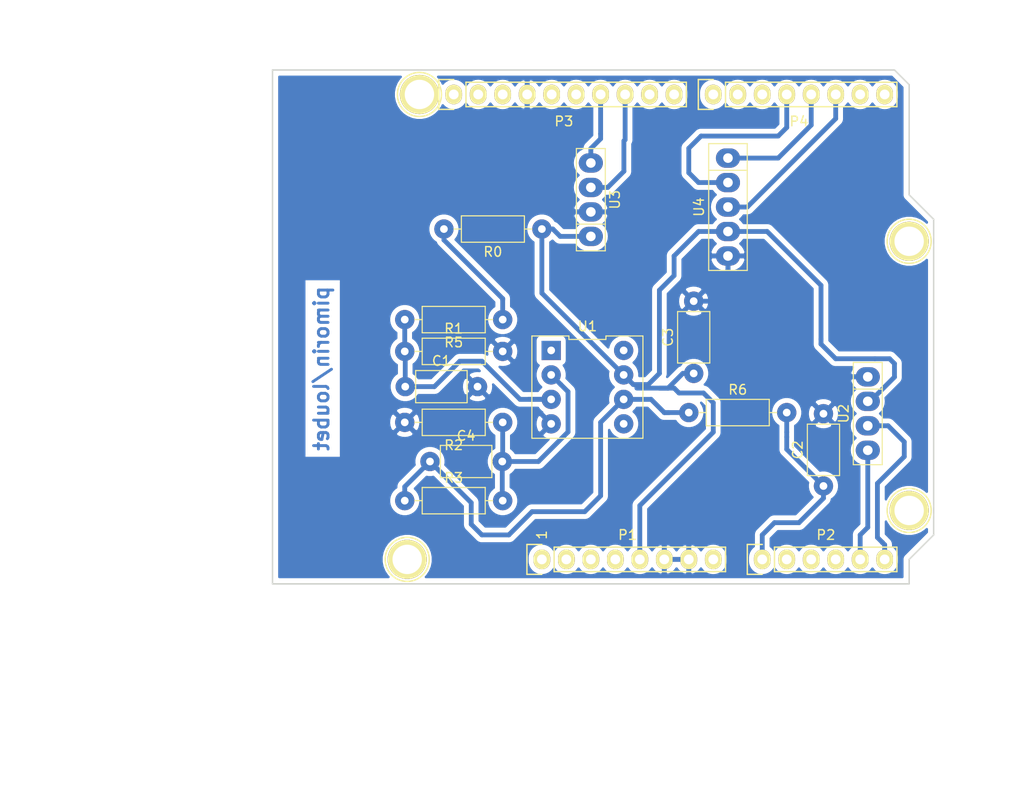
<source format=kicad_pcb>
(kicad_pcb (version 20171130) (host pcbnew "(5.1.2)-2")

  (general
    (thickness 1.6)
    (drawings 28)
    (tracks 151)
    (zones 0)
    (modules 22)
    (nets 40)
  )

  (page A4)
  (title_block
    (date "lun. 30 mars 2015")
  )

  (layers
    (0 F.Cu signal)
    (31 B.Cu signal)
    (32 B.Adhes user)
    (33 F.Adhes user)
    (34 B.Paste user)
    (35 F.Paste user)
    (36 B.SilkS user)
    (37 F.SilkS user)
    (38 B.Mask user)
    (39 F.Mask user)
    (40 Dwgs.User user)
    (41 Cmts.User user)
    (42 Eco1.User user)
    (43 Eco2.User user)
    (44 Edge.Cuts user)
    (45 Margin user)
    (46 B.CrtYd user)
    (47 F.CrtYd user)
    (48 B.Fab user)
    (49 F.Fab user)
  )

  (setup
    (last_trace_width 0.5)
    (trace_clearance 0.5)
    (zone_clearance 0.508)
    (zone_45_only no)
    (trace_min 0.2)
    (via_size 0.6)
    (via_drill 0.4)
    (via_min_size 0.4)
    (via_min_drill 0.3)
    (uvia_size 0.3)
    (uvia_drill 0.1)
    (uvias_allowed no)
    (uvia_min_size 0.2)
    (uvia_min_drill 0.1)
    (edge_width 0.15)
    (segment_width 0.15)
    (pcb_text_width 0.3)
    (pcb_text_size 1.5 1.5)
    (mod_edge_width 0.15)
    (mod_text_size 1 1)
    (mod_text_width 0.15)
    (pad_size 2 2)
    (pad_drill 0.8)
    (pad_to_mask_clearance 0)
    (aux_axis_origin 110.998 126.365)
    (grid_origin 110.998 126.365)
    (visible_elements 7FFFFFFF)
    (pcbplotparams
      (layerselection 0x00000_fffffffe)
      (usegerberextensions false)
      (usegerberattributes false)
      (usegerberadvancedattributes false)
      (creategerberjobfile false)
      (excludeedgelayer true)
      (linewidth 0.100000)
      (plotframeref true)
      (viasonmask false)
      (mode 1)
      (useauxorigin false)
      (hpglpennumber 1)
      (hpglpenspeed 20)
      (hpglpendiameter 15.000000)
      (psnegative false)
      (psa4output false)
      (plotreference true)
      (plotvalue true)
      (plotinvisibletext false)
      (padsonsilk false)
      (subtractmaskfromsilk false)
      (outputformat 4)
      (mirror false)
      (drillshape 2)
      (scaleselection 1)
      (outputdirectory "PDF/"))
  )

  (net 0 "")
  (net 1 /IOREF)
  (net 2 /Reset)
  (net 3 +5V)
  (net 4 GND)
  (net 5 /Vin)
  (net 6 /A1)
  (net 7 /A2)
  (net 8 /A3)
  (net 9 /AREF)
  (net 10 "/9(**)")
  (net 11 /8)
  (net 12 /7)
  (net 13 "/6(**)")
  (net 14 "/5(**)")
  (net 15 "/1(Tx)")
  (net 16 "/0(Rx)")
  (net 17 "Net-(P5-Pad1)")
  (net 18 "Net-(P6-Pad1)")
  (net 19 "Net-(P7-Pad1)")
  (net 20 "Net-(P8-Pad1)")
  (net 21 "/13(SCK)")
  (net 22 "Net-(P1-Pad1)")
  (net 23 +3V3)
  (net 24 "/12(MISO)")
  (net 25 IN+)
  (net 26 ADC)
  (net 27 "Net-(C4-Pad1)")
  (net 28 IN-)
  (net 29 SDA)
  (net 30 SCK)
  (net 31 TX)
  (net 32 RX)
  (net 33 CLK)
  (net 34 DATA)
  (net 35 SWITCH)
  (net 36 "Net-(R0-Pad2)")
  (net 37 "Net-(U1-Pad8)")
  (net 38 "Net-(U1-Pad1)")
  (net 39 "Net-(U1-Pad5)")

  (net_class Default "This is the default net class."
    (clearance 0.5)
    (trace_width 0.5)
    (via_dia 0.6)
    (via_drill 0.4)
    (uvia_dia 0.3)
    (uvia_drill 0.1)
    (add_net +3V3)
    (add_net +5V)
    (add_net "/0(Rx)")
    (add_net "/1(Tx)")
    (add_net "/12(MISO)")
    (add_net "/13(SCK)")
    (add_net "/5(**)")
    (add_net "/6(**)")
    (add_net /7)
    (add_net /8)
    (add_net "/9(**)")
    (add_net /A1)
    (add_net /A2)
    (add_net /A3)
    (add_net /AREF)
    (add_net /IOREF)
    (add_net /Reset)
    (add_net /Vin)
    (add_net ADC)
    (add_net CLK)
    (add_net DATA)
    (add_net GND)
    (add_net IN+)
    (add_net IN-)
    (add_net "Net-(C4-Pad1)")
    (add_net "Net-(P1-Pad1)")
    (add_net "Net-(P5-Pad1)")
    (add_net "Net-(P6-Pad1)")
    (add_net "Net-(P7-Pad1)")
    (add_net "Net-(P8-Pad1)")
    (add_net "Net-(R0-Pad2)")
    (add_net "Net-(U1-Pad1)")
    (add_net "Net-(U1-Pad5)")
    (add_net "Net-(U1-Pad8)")
    (add_net RX)
    (add_net SCK)
    (add_net SDA)
    (add_net SWITCH)
    (add_net TX)
  )

  (module Capacitor_THT:C_Axial_L5.1mm_D3.1mm_P7.50mm_Horizontal (layer F.Cu) (tedit 5AE50EF0) (tstamp 6048E987)
    (at 127.3302 113.665)
    (descr "C, Axial series, Axial, Horizontal, pin pitch=7.5mm, , length*diameter=5.1*3.1mm^2, http://www.vishay.com/docs/45231/arseries.pdf")
    (tags "C Axial series Axial Horizontal pin pitch 7.5mm  length 5.1mm diameter 3.1mm")
    (path /60371CDC)
    (fp_text reference C4 (at 3.75 -2.67) (layer F.SilkS)
      (effects (font (size 1 1) (thickness 0.15)))
    )
    (fp_text value 1µ (at 3.75 2.67) (layer F.Fab)
      (effects (font (size 1 1) (thickness 0.15)))
    )
    (fp_line (start 1.2 -1.55) (end 1.2 1.55) (layer F.Fab) (width 0.1))
    (fp_line (start 1.2 1.55) (end 6.3 1.55) (layer F.Fab) (width 0.1))
    (fp_line (start 6.3 1.55) (end 6.3 -1.55) (layer F.Fab) (width 0.1))
    (fp_line (start 6.3 -1.55) (end 1.2 -1.55) (layer F.Fab) (width 0.1))
    (fp_line (start 0 0) (end 1.2 0) (layer F.Fab) (width 0.1))
    (fp_line (start 7.5 0) (end 6.3 0) (layer F.Fab) (width 0.1))
    (fp_line (start 1.08 -1.67) (end 1.08 1.67) (layer F.SilkS) (width 0.12))
    (fp_line (start 1.08 1.67) (end 6.42 1.67) (layer F.SilkS) (width 0.12))
    (fp_line (start 6.42 1.67) (end 6.42 -1.67) (layer F.SilkS) (width 0.12))
    (fp_line (start 6.42 -1.67) (end 1.08 -1.67) (layer F.SilkS) (width 0.12))
    (fp_line (start 1.04 0) (end 1.08 0) (layer F.SilkS) (width 0.12))
    (fp_line (start 6.46 0) (end 6.42 0) (layer F.SilkS) (width 0.12))
    (fp_line (start -1.05 -1.8) (end -1.05 1.8) (layer F.CrtYd) (width 0.05))
    (fp_line (start -1.05 1.8) (end 8.55 1.8) (layer F.CrtYd) (width 0.05))
    (fp_line (start 8.55 1.8) (end 8.55 -1.8) (layer F.CrtYd) (width 0.05))
    (fp_line (start 8.55 -1.8) (end -1.05 -1.8) (layer F.CrtYd) (width 0.05))
    (fp_text user %R (at 3.75 0) (layer F.Fab)
      (effects (font (size 1 1) (thickness 0.15)))
    )
    (pad 1 thru_hole circle (at 0 0) (size 2 2) (drill 0.8) (layers *.Cu *.Mask)
      (net 27 "Net-(C4-Pad1)"))
    (pad 2 thru_hole circle (at 7.5 0) (size 2 2) (drill 0.8) (layers *.Cu *.Mask)
      (net 28 IN-))
    (model ${KISYS3DMOD}/Capacitor_THT.3dshapes/C_Axial_L5.1mm_D3.1mm_P7.50mm_Horizontal.wrl
      (at (xyz 0 0 0))
      (scale (xyz 1 1 1))
      (rotate (xyz 0 0 0))
    )
  )

  (module Resistor_THT:R_Axial_DIN0207_L6.3mm_D2.5mm_P10.16mm_Horizontal (layer F.Cu) (tedit 5AE5139B) (tstamp 6048E9CC)
    (at 134.874 109.601 180)
    (descr "Resistor, Axial_DIN0207 series, Axial, Horizontal, pin pitch=10.16mm, 0.25W = 1/4W, length*diameter=6.3*2.5mm^2, http://cdn-reichelt.de/documents/datenblatt/B400/1_4W%23YAG.pdf")
    (tags "Resistor Axial_DIN0207 series Axial Horizontal pin pitch 10.16mm 0.25W = 1/4W length 6.3mm diameter 2.5mm")
    (path /603723E3)
    (fp_text reference R2 (at 5.08 -2.37) (layer F.SilkS)
      (effects (font (size 1 1) (thickness 0.15)))
    )
    (fp_text value 1k (at 5.08 2.37) (layer F.Fab)
      (effects (font (size 1 1) (thickness 0.15)))
    )
    (fp_text user %R (at 5.08 0) (layer F.Fab)
      (effects (font (size 1 1) (thickness 0.15)))
    )
    (fp_line (start 11.21 -1.5) (end -1.05 -1.5) (layer F.CrtYd) (width 0.05))
    (fp_line (start 11.21 1.5) (end 11.21 -1.5) (layer F.CrtYd) (width 0.05))
    (fp_line (start -1.05 1.5) (end 11.21 1.5) (layer F.CrtYd) (width 0.05))
    (fp_line (start -1.05 -1.5) (end -1.05 1.5) (layer F.CrtYd) (width 0.05))
    (fp_line (start 9.12 0) (end 8.35 0) (layer F.SilkS) (width 0.12))
    (fp_line (start 1.04 0) (end 1.81 0) (layer F.SilkS) (width 0.12))
    (fp_line (start 8.35 -1.37) (end 1.81 -1.37) (layer F.SilkS) (width 0.12))
    (fp_line (start 8.35 1.37) (end 8.35 -1.37) (layer F.SilkS) (width 0.12))
    (fp_line (start 1.81 1.37) (end 8.35 1.37) (layer F.SilkS) (width 0.12))
    (fp_line (start 1.81 -1.37) (end 1.81 1.37) (layer F.SilkS) (width 0.12))
    (fp_line (start 10.16 0) (end 8.23 0) (layer F.Fab) (width 0.1))
    (fp_line (start 0 0) (end 1.93 0) (layer F.Fab) (width 0.1))
    (fp_line (start 8.23 -1.25) (end 1.93 -1.25) (layer F.Fab) (width 0.1))
    (fp_line (start 8.23 1.25) (end 8.23 -1.25) (layer F.Fab) (width 0.1))
    (fp_line (start 1.93 1.25) (end 8.23 1.25) (layer F.Fab) (width 0.1))
    (fp_line (start 1.93 -1.25) (end 1.93 1.25) (layer F.Fab) (width 0.1))
    (pad 2 thru_hole circle (at 10.16 0 180) (size 2 2) (drill 0.8) (layers *.Cu *.Mask)
      (net 4 GND))
    (pad 1 thru_hole circle (at 0 0 180) (size 2 2) (drill 0.8) (layers *.Cu *.Mask)
      (net 28 IN-))
    (model ${KISYS3DMOD}/Resistor_THT.3dshapes/R_Axial_DIN0207_L6.3mm_D2.5mm_P10.16mm_Horizontal.wrl
      (at (xyz 0 0 0))
      (scale (xyz 1 1 1))
      (rotate (xyz 0 0 0))
    )
  )

  (module Shield:amplificateur (layer F.Cu) (tedit 6048CAB1) (tstamp 6048EA29)
    (at 143.6624 105.9434 270)
    (path /60398834)
    (fp_text reference U1 (at -6.31 0) (layer F.SilkS)
      (effects (font (size 1 1) (thickness 0.15)))
    )
    (fp_text value LTC105DACN6#PBF (at 0 -8 90) (layer F.Fab)
      (effects (font (size 1 1) (thickness 0.15)))
    )
    (fp_line (start -5.31 5.76) (end 5.31 5.76) (layer F.SilkS) (width 0.12))
    (fp_line (start 5.31 5.76) (end 5.31 -5.76) (layer F.SilkS) (width 0.12))
    (fp_line (start 5.31 -5.76) (end -5.31 -5.76) (layer F.SilkS) (width 0.12))
    (fp_line (start -5.31 -5.76) (end -5.31 -1.92) (layer F.SilkS) (width 0.12))
    (fp_line (start -5.31 -1.92) (end -4.95 -1.92) (layer F.SilkS) (width 0.12))
    (fp_line (start -4.95 -1.92) (end -4.95 1.919999) (layer F.SilkS) (width 0.12))
    (fp_line (start -4.95 1.919999) (end -5.31 1.919999) (layer F.SilkS) (width 0.12))
    (fp_line (start -5.31 1.919999) (end -5.31 5.76) (layer F.SilkS) (width 0.12))
    (fp_line (start -5.06 -5.51) (end 5.06 -5.51) (layer F.CrtYd) (width 0.05))
    (fp_line (start 5.06 -5.51) (end 5.06 5.51) (layer F.CrtYd) (width 0.05))
    (fp_line (start 5.06 5.51) (end -5.06 5.51) (layer F.CrtYd) (width 0.05))
    (fp_line (start -5.06 5.51) (end -5.06 -5.51) (layer F.CrtYd) (width 0.05))
    (pad 8 thru_hole circle (at -3.81 -3.76 270) (size 2 2) (drill 0.8) (layers *.Cu *.Mask)
      (net 37 "Net-(U1-Pad8)"))
    (pad 1 thru_hole rect (at -3.81 3.76 270) (size 2 2) (drill 0.8) (layers *.Cu *.Mask)
      (net 38 "Net-(U1-Pad1)"))
    (pad 7 thru_hole circle (at -1.27 -3.76 270) (size 2 2) (drill 0.8) (layers *.Cu *.Mask)
      (net 3 +5V))
    (pad 2 thru_hole circle (at -1.27 3.76 270) (size 2 2) (drill 0.8) (layers *.Cu *.Mask)
      (net 28 IN-))
    (pad 6 thru_hole circle (at 1.27 -3.76 270) (size 2 2) (drill 0.8) (layers *.Cu *.Mask)
      (net 27 "Net-(C4-Pad1)"))
    (pad 3 thru_hole circle (at 1.27 3.76 270) (size 2 2) (drill 0.8) (layers *.Cu *.Mask)
      (net 25 IN+))
    (pad 5 thru_hole circle (at 3.81 -3.76 270) (size 2 2) (drill 0.8) (layers *.Cu *.Mask)
      (net 39 "Net-(U1-Pad5)"))
    (pad 4 thru_hole circle (at 3.81 3.76 270) (size 2 2) (drill 0.8) (layers *.Cu *.Mask)
      (net 4 GND))
  )

  (module Socket_Arduino_Uno:Socket_Strip_Arduino_1x08 locked (layer F.Cu) (tedit 552168D2) (tstamp 551AF9EA)
    (at 138.938 123.825)
    (descr "Through hole socket strip")
    (tags "socket strip")
    (path /56D70129)
    (fp_text reference P1 (at 8.89 -2.54) (layer F.SilkS)
      (effects (font (size 1 1) (thickness 0.15)))
    )
    (fp_text value Power (at 8.89 -4.064) (layer F.Fab)
      (effects (font (size 1 1) (thickness 0.15)))
    )
    (fp_line (start -1.75 -1.75) (end -1.75 1.75) (layer F.CrtYd) (width 0.05))
    (fp_line (start 19.55 -1.75) (end 19.55 1.75) (layer F.CrtYd) (width 0.05))
    (fp_line (start -1.75 -1.75) (end 19.55 -1.75) (layer F.CrtYd) (width 0.05))
    (fp_line (start -1.75 1.75) (end 19.55 1.75) (layer F.CrtYd) (width 0.05))
    (fp_line (start 1.27 1.27) (end 19.05 1.27) (layer F.SilkS) (width 0.15))
    (fp_line (start 19.05 1.27) (end 19.05 -1.27) (layer F.SilkS) (width 0.15))
    (fp_line (start 19.05 -1.27) (end 1.27 -1.27) (layer F.SilkS) (width 0.15))
    (fp_line (start -1.55 1.55) (end 0 1.55) (layer F.SilkS) (width 0.15))
    (fp_line (start 1.27 1.27) (end 1.27 -1.27) (layer F.SilkS) (width 0.15))
    (fp_line (start 0 -1.55) (end -1.55 -1.55) (layer F.SilkS) (width 0.15))
    (fp_line (start -1.55 -1.55) (end -1.55 1.55) (layer F.SilkS) (width 0.15))
    (pad 1 thru_hole oval (at 0 0) (size 1.7272 2.032) (drill 1.016) (layers *.Cu *.Mask F.SilkS)
      (net 22 "Net-(P1-Pad1)"))
    (pad 2 thru_hole oval (at 2.54 0) (size 1.7272 2.032) (drill 1.016) (layers *.Cu *.Mask F.SilkS)
      (net 1 /IOREF))
    (pad 3 thru_hole oval (at 5.08 0) (size 1.7272 2.032) (drill 1.016) (layers *.Cu *.Mask F.SilkS)
      (net 2 /Reset))
    (pad 4 thru_hole oval (at 7.62 0) (size 1.7272 2.032) (drill 1.016) (layers *.Cu *.Mask F.SilkS)
      (net 23 +3V3))
    (pad 5 thru_hole oval (at 10.16 0) (size 1.7272 2.032) (drill 1.016) (layers *.Cu *.Mask F.SilkS)
      (net 3 +5V))
    (pad 6 thru_hole oval (at 12.7 0) (size 1.7272 2.032) (drill 1.016) (layers *.Cu *.Mask F.SilkS)
      (net 4 GND))
    (pad 7 thru_hole oval (at 15.24 0) (size 1.7272 2.032) (drill 1.016) (layers *.Cu *.Mask F.SilkS)
      (net 4 GND))
    (pad 8 thru_hole oval (at 17.78 0) (size 1.7272 2.032) (drill 1.016) (layers *.Cu *.Mask F.SilkS)
      (net 5 /Vin))
    (model ${KIPRJMOD}/Socket_Arduino_Uno.3dshapes/Socket_header_Arduino_1x08.wrl
      (offset (xyz 8.889999866485596 0 0))
      (scale (xyz 1 1 1))
      (rotate (xyz 0 0 180))
    )
  )

  (module Socket_Arduino_Uno:Socket_Strip_Arduino_1x06 locked (layer F.Cu) (tedit 552168D6) (tstamp 551AF9FF)
    (at 161.798 123.825)
    (descr "Through hole socket strip")
    (tags "socket strip")
    (path /56D70DD8)
    (fp_text reference P2 (at 6.604 -2.54) (layer F.SilkS)
      (effects (font (size 1 1) (thickness 0.15)))
    )
    (fp_text value Analog (at 6.604 -4.064) (layer F.Fab)
      (effects (font (size 1 1) (thickness 0.15)))
    )
    (fp_line (start -1.75 -1.75) (end -1.75 1.75) (layer F.CrtYd) (width 0.05))
    (fp_line (start 14.45 -1.75) (end 14.45 1.75) (layer F.CrtYd) (width 0.05))
    (fp_line (start -1.75 -1.75) (end 14.45 -1.75) (layer F.CrtYd) (width 0.05))
    (fp_line (start -1.75 1.75) (end 14.45 1.75) (layer F.CrtYd) (width 0.05))
    (fp_line (start 1.27 1.27) (end 13.97 1.27) (layer F.SilkS) (width 0.15))
    (fp_line (start 13.97 1.27) (end 13.97 -1.27) (layer F.SilkS) (width 0.15))
    (fp_line (start 13.97 -1.27) (end 1.27 -1.27) (layer F.SilkS) (width 0.15))
    (fp_line (start -1.55 1.55) (end 0 1.55) (layer F.SilkS) (width 0.15))
    (fp_line (start 1.27 1.27) (end 1.27 -1.27) (layer F.SilkS) (width 0.15))
    (fp_line (start 0 -1.55) (end -1.55 -1.55) (layer F.SilkS) (width 0.15))
    (fp_line (start -1.55 -1.55) (end -1.55 1.55) (layer F.SilkS) (width 0.15))
    (pad 1 thru_hole oval (at 0 0) (size 1.7272 2.032) (drill 1.016) (layers *.Cu *.Mask F.SilkS)
      (net 26 ADC))
    (pad 2 thru_hole oval (at 2.54 0) (size 1.7272 2.032) (drill 1.016) (layers *.Cu *.Mask F.SilkS)
      (net 6 /A1))
    (pad 3 thru_hole oval (at 5.08 0) (size 1.7272 2.032) (drill 1.016) (layers *.Cu *.Mask F.SilkS)
      (net 7 /A2))
    (pad 4 thru_hole oval (at 7.62 0) (size 1.7272 2.032) (drill 1.016) (layers *.Cu *.Mask F.SilkS)
      (net 8 /A3))
    (pad 5 thru_hole oval (at 10.16 0) (size 1.7272 2.032) (drill 1.016) (layers *.Cu *.Mask F.SilkS)
      (net 29 SDA))
    (pad 6 thru_hole oval (at 12.7 0) (size 1.7272 2.032) (drill 1.016) (layers *.Cu *.Mask F.SilkS)
      (net 30 SCK))
    (model ${KIPRJMOD}/Socket_Arduino_Uno.3dshapes/Socket_header_Arduino_1x06.wrl
      (offset (xyz 6.349999904632568 0 0))
      (scale (xyz 1 1 1))
      (rotate (xyz 0 0 180))
    )
  )

  (module Socket_Arduino_Uno:Socket_Strip_Arduino_1x10 locked (layer F.Cu) (tedit 552168BF) (tstamp 551AFA18)
    (at 129.794 75.565)
    (descr "Through hole socket strip")
    (tags "socket strip")
    (path /56D721E0)
    (fp_text reference P3 (at 11.43 2.794) (layer F.SilkS)
      (effects (font (size 1 1) (thickness 0.15)))
    )
    (fp_text value Digital (at 11.43 4.318) (layer F.Fab)
      (effects (font (size 1 1) (thickness 0.15)))
    )
    (fp_line (start -1.75 -1.75) (end -1.75 1.75) (layer F.CrtYd) (width 0.05))
    (fp_line (start 24.65 -1.75) (end 24.65 1.75) (layer F.CrtYd) (width 0.05))
    (fp_line (start -1.75 -1.75) (end 24.65 -1.75) (layer F.CrtYd) (width 0.05))
    (fp_line (start -1.75 1.75) (end 24.65 1.75) (layer F.CrtYd) (width 0.05))
    (fp_line (start 1.27 1.27) (end 24.13 1.27) (layer F.SilkS) (width 0.15))
    (fp_line (start 24.13 1.27) (end 24.13 -1.27) (layer F.SilkS) (width 0.15))
    (fp_line (start 24.13 -1.27) (end 1.27 -1.27) (layer F.SilkS) (width 0.15))
    (fp_line (start -1.55 1.55) (end 0 1.55) (layer F.SilkS) (width 0.15))
    (fp_line (start 1.27 1.27) (end 1.27 -1.27) (layer F.SilkS) (width 0.15))
    (fp_line (start 0 -1.55) (end -1.55 -1.55) (layer F.SilkS) (width 0.15))
    (fp_line (start -1.55 -1.55) (end -1.55 1.55) (layer F.SilkS) (width 0.15))
    (pad 1 thru_hole oval (at 0 0) (size 1.7272 2.032) (drill 1.016) (layers *.Cu *.Mask F.SilkS)
      (net 30 SCK))
    (pad 2 thru_hole oval (at 2.54 0) (size 1.7272 2.032) (drill 1.016) (layers *.Cu *.Mask F.SilkS)
      (net 29 SDA))
    (pad 3 thru_hole oval (at 5.08 0) (size 1.7272 2.032) (drill 1.016) (layers *.Cu *.Mask F.SilkS)
      (net 9 /AREF))
    (pad 4 thru_hole oval (at 7.62 0) (size 1.7272 2.032) (drill 1.016) (layers *.Cu *.Mask F.SilkS)
      (net 4 GND))
    (pad 5 thru_hole oval (at 10.16 0) (size 1.7272 2.032) (drill 1.016) (layers *.Cu *.Mask F.SilkS)
      (net 21 "/13(SCK)"))
    (pad 6 thru_hole oval (at 12.7 0) (size 1.7272 2.032) (drill 1.016) (layers *.Cu *.Mask F.SilkS)
      (net 24 "/12(MISO)"))
    (pad 7 thru_hole oval (at 15.24 0) (size 1.7272 2.032) (drill 1.016) (layers *.Cu *.Mask F.SilkS)
      (net 31 TX))
    (pad 8 thru_hole oval (at 17.78 0) (size 1.7272 2.032) (drill 1.016) (layers *.Cu *.Mask F.SilkS)
      (net 32 RX))
    (pad 9 thru_hole oval (at 20.32 0) (size 1.7272 2.032) (drill 1.016) (layers *.Cu *.Mask F.SilkS)
      (net 10 "/9(**)"))
    (pad 10 thru_hole oval (at 22.86 0) (size 1.7272 2.032) (drill 1.016) (layers *.Cu *.Mask F.SilkS)
      (net 11 /8))
    (model ${KIPRJMOD}/Socket_Arduino_Uno.3dshapes/Socket_header_Arduino_1x10.wrl
      (offset (xyz 11.42999982833862 0 0))
      (scale (xyz 1 1 1))
      (rotate (xyz 0 0 180))
    )
  )

  (module Socket_Arduino_Uno:Socket_Strip_Arduino_1x08 locked (layer F.Cu) (tedit 552168C7) (tstamp 551AFA2F)
    (at 156.718 75.565)
    (descr "Through hole socket strip")
    (tags "socket strip")
    (path /56D7164F)
    (fp_text reference P4 (at 8.89 2.794) (layer F.SilkS)
      (effects (font (size 1 1) (thickness 0.15)))
    )
    (fp_text value Digital (at 8.89 4.318) (layer F.Fab)
      (effects (font (size 1 1) (thickness 0.15)))
    )
    (fp_line (start -1.75 -1.75) (end -1.75 1.75) (layer F.CrtYd) (width 0.05))
    (fp_line (start 19.55 -1.75) (end 19.55 1.75) (layer F.CrtYd) (width 0.05))
    (fp_line (start -1.75 -1.75) (end 19.55 -1.75) (layer F.CrtYd) (width 0.05))
    (fp_line (start -1.75 1.75) (end 19.55 1.75) (layer F.CrtYd) (width 0.05))
    (fp_line (start 1.27 1.27) (end 19.05 1.27) (layer F.SilkS) (width 0.15))
    (fp_line (start 19.05 1.27) (end 19.05 -1.27) (layer F.SilkS) (width 0.15))
    (fp_line (start 19.05 -1.27) (end 1.27 -1.27) (layer F.SilkS) (width 0.15))
    (fp_line (start -1.55 1.55) (end 0 1.55) (layer F.SilkS) (width 0.15))
    (fp_line (start 1.27 1.27) (end 1.27 -1.27) (layer F.SilkS) (width 0.15))
    (fp_line (start 0 -1.55) (end -1.55 -1.55) (layer F.SilkS) (width 0.15))
    (fp_line (start -1.55 -1.55) (end -1.55 1.55) (layer F.SilkS) (width 0.15))
    (pad 1 thru_hole oval (at 0 0) (size 1.7272 2.032) (drill 1.016) (layers *.Cu *.Mask F.SilkS)
      (net 12 /7))
    (pad 2 thru_hole oval (at 2.54 0) (size 1.7272 2.032) (drill 1.016) (layers *.Cu *.Mask F.SilkS)
      (net 13 "/6(**)"))
    (pad 3 thru_hole oval (at 5.08 0) (size 1.7272 2.032) (drill 1.016) (layers *.Cu *.Mask F.SilkS)
      (net 14 "/5(**)"))
    (pad 4 thru_hole oval (at 7.62 0) (size 1.7272 2.032) (drill 1.016) (layers *.Cu *.Mask F.SilkS)
      (net 34 DATA))
    (pad 5 thru_hole oval (at 10.16 0) (size 1.7272 2.032) (drill 1.016) (layers *.Cu *.Mask F.SilkS)
      (net 33 CLK))
    (pad 6 thru_hole oval (at 12.7 0) (size 1.7272 2.032) (drill 1.016) (layers *.Cu *.Mask F.SilkS)
      (net 35 SWITCH))
    (pad 7 thru_hole oval (at 15.24 0) (size 1.7272 2.032) (drill 1.016) (layers *.Cu *.Mask F.SilkS)
      (net 15 "/1(Tx)"))
    (pad 8 thru_hole oval (at 17.78 0) (size 1.7272 2.032) (drill 1.016) (layers *.Cu *.Mask F.SilkS)
      (net 16 "/0(Rx)"))
    (model ${KIPRJMOD}/Socket_Arduino_Uno.3dshapes/Socket_header_Arduino_1x08.wrl
      (offset (xyz 8.889999866485596 0 0))
      (scale (xyz 1 1 1))
      (rotate (xyz 0 0 180))
    )
  )

  (module Socket_Arduino_Uno:Arduino_1pin locked (layer F.Cu) (tedit 5524FC39) (tstamp 5524FC3F)
    (at 124.968 123.825)
    (descr "module 1 pin (ou trou mecanique de percage)")
    (tags DEV)
    (path /56D71177)
    (fp_text reference P5 (at 0 -3.048) (layer F.SilkS) hide
      (effects (font (size 1 1) (thickness 0.15)))
    )
    (fp_text value CONN_01X01 (at 0 2.794) (layer F.Fab) hide
      (effects (font (size 1 1) (thickness 0.15)))
    )
    (fp_circle (center 0 0) (end 0 -2.286) (layer F.SilkS) (width 0.15))
    (pad 1 thru_hole circle (at 0 0) (size 4.064 4.064) (drill 3.048) (layers *.Cu *.Mask F.SilkS)
      (net 17 "Net-(P5-Pad1)"))
  )

  (module Socket_Arduino_Uno:Arduino_1pin locked (layer F.Cu) (tedit 5524FC4A) (tstamp 5524FC44)
    (at 177.038 118.745)
    (descr "module 1 pin (ou trou mecanique de percage)")
    (tags DEV)
    (path /56D71274)
    (fp_text reference P6 (at 0 -3.048) (layer F.SilkS) hide
      (effects (font (size 1 1) (thickness 0.15)))
    )
    (fp_text value CONN_01X01 (at 0 2.794) (layer F.Fab) hide
      (effects (font (size 1 1) (thickness 0.15)))
    )
    (fp_circle (center 0 0) (end 0 -2.286) (layer F.SilkS) (width 0.15))
    (pad 1 thru_hole circle (at 0 0) (size 4.064 4.064) (drill 3.048) (layers *.Cu *.Mask F.SilkS)
      (net 18 "Net-(P6-Pad1)"))
  )

  (module Socket_Arduino_Uno:Arduino_1pin locked (layer F.Cu) (tedit 5524FC2F) (tstamp 5524FC49)
    (at 126.238 75.565)
    (descr "module 1 pin (ou trou mecanique de percage)")
    (tags DEV)
    (path /56D712A8)
    (fp_text reference P7 (at 0 -3.048) (layer F.SilkS) hide
      (effects (font (size 1 1) (thickness 0.15)))
    )
    (fp_text value CONN_01X01 (at 0 2.794) (layer F.Fab) hide
      (effects (font (size 1 1) (thickness 0.15)))
    )
    (fp_circle (center 0 0) (end 0 -2.286) (layer F.SilkS) (width 0.15))
    (pad 1 thru_hole circle (at 0 0) (size 4.064 4.064) (drill 3.048) (layers *.Cu *.Mask F.SilkS)
      (net 19 "Net-(P7-Pad1)"))
  )

  (module Socket_Arduino_Uno:Arduino_1pin locked (layer F.Cu) (tedit 5524FC41) (tstamp 5524FC4E)
    (at 177.038 90.805)
    (descr "module 1 pin (ou trou mecanique de percage)")
    (tags DEV)
    (path /56D712DB)
    (fp_text reference P8 (at 0 -3.048) (layer F.SilkS) hide
      (effects (font (size 1 1) (thickness 0.15)))
    )
    (fp_text value CONN_01X01 (at 0 2.794) (layer F.Fab) hide
      (effects (font (size 1 1) (thickness 0.15)))
    )
    (fp_circle (center 0 0) (end 0 -2.286) (layer F.SilkS) (width 0.15))
    (pad 1 thru_hole circle (at 0 0) (size 4.064 4.064) (drill 3.048) (layers *.Cu *.Mask F.SilkS)
      (net 20 "Net-(P8-Pad1)"))
  )

  (module Capacitor_THT:C_Axial_L5.1mm_D3.1mm_P7.50mm_Horizontal (layer F.Cu) (tedit 5AE50EF0) (tstamp 6048E942)
    (at 124.7648 105.8926)
    (descr "C, Axial series, Axial, Horizontal, pin pitch=7.5mm, , length*diameter=5.1*3.1mm^2, http://www.vishay.com/docs/45231/arseries.pdf")
    (tags "C Axial series Axial Horizontal pin pitch 7.5mm  length 5.1mm diameter 3.1mm")
    (path /603692EC)
    (fp_text reference C1 (at 3.75 -2.67) (layer F.SilkS)
      (effects (font (size 1 1) (thickness 0.15)))
    )
    (fp_text value 100n (at 3.75 2.67) (layer F.Fab)
      (effects (font (size 1 1) (thickness 0.15)))
    )
    (fp_text user %R (at 3.75 0) (layer F.Fab)
      (effects (font (size 1 1) (thickness 0.15)))
    )
    (fp_line (start 8.55 -1.8) (end -1.05 -1.8) (layer F.CrtYd) (width 0.05))
    (fp_line (start 8.55 1.8) (end 8.55 -1.8) (layer F.CrtYd) (width 0.05))
    (fp_line (start -1.05 1.8) (end 8.55 1.8) (layer F.CrtYd) (width 0.05))
    (fp_line (start -1.05 -1.8) (end -1.05 1.8) (layer F.CrtYd) (width 0.05))
    (fp_line (start 6.46 0) (end 6.42 0) (layer F.SilkS) (width 0.12))
    (fp_line (start 1.04 0) (end 1.08 0) (layer F.SilkS) (width 0.12))
    (fp_line (start 6.42 -1.67) (end 1.08 -1.67) (layer F.SilkS) (width 0.12))
    (fp_line (start 6.42 1.67) (end 6.42 -1.67) (layer F.SilkS) (width 0.12))
    (fp_line (start 1.08 1.67) (end 6.42 1.67) (layer F.SilkS) (width 0.12))
    (fp_line (start 1.08 -1.67) (end 1.08 1.67) (layer F.SilkS) (width 0.12))
    (fp_line (start 7.5 0) (end 6.3 0) (layer F.Fab) (width 0.1))
    (fp_line (start 0 0) (end 1.2 0) (layer F.Fab) (width 0.1))
    (fp_line (start 6.3 -1.55) (end 1.2 -1.55) (layer F.Fab) (width 0.1))
    (fp_line (start 6.3 1.55) (end 6.3 -1.55) (layer F.Fab) (width 0.1))
    (fp_line (start 1.2 1.55) (end 6.3 1.55) (layer F.Fab) (width 0.1))
    (fp_line (start 1.2 -1.55) (end 1.2 1.55) (layer F.Fab) (width 0.1))
    (pad 2 thru_hole circle (at 7.5 0) (size 2 2) (drill 0.8) (layers *.Cu *.Mask)
      (net 4 GND))
    (pad 1 thru_hole circle (at 0 0) (size 2 2) (drill 0.8) (layers *.Cu *.Mask)
      (net 25 IN+))
    (model ${KISYS3DMOD}/Capacitor_THT.3dshapes/C_Axial_L5.1mm_D3.1mm_P7.50mm_Horizontal.wrl
      (at (xyz 0 0 0))
      (scale (xyz 1 1 1))
      (rotate (xyz 0 0 0))
    )
  )

  (module Capacitor_THT:C_Axial_L5.1mm_D3.1mm_P7.50mm_Horizontal (layer F.Cu) (tedit 5AE50EF0) (tstamp 6048E959)
    (at 168.148 116.205 90)
    (descr "C, Axial series, Axial, Horizontal, pin pitch=7.5mm, , length*diameter=5.1*3.1mm^2, http://www.vishay.com/docs/45231/arseries.pdf")
    (tags "C Axial series Axial Horizontal pin pitch 7.5mm  length 5.1mm diameter 3.1mm")
    (path /6037190F)
    (fp_text reference C2 (at 3.75 -2.67 90) (layer F.SilkS)
      (effects (font (size 1 1) (thickness 0.15)))
    )
    (fp_text value 100n (at 3.75 2.67 90) (layer F.Fab)
      (effects (font (size 1 1) (thickness 0.15)))
    )
    (fp_text user %R (at 4.8514 0.0762 90) (layer F.Fab)
      (effects (font (size 1 1) (thickness 0.15)))
    )
    (fp_line (start 8.55 -1.8) (end -1.05 -1.8) (layer F.CrtYd) (width 0.05))
    (fp_line (start 8.55 1.8) (end 8.55 -1.8) (layer F.CrtYd) (width 0.05))
    (fp_line (start -1.05 1.8) (end 8.55 1.8) (layer F.CrtYd) (width 0.05))
    (fp_line (start -1.05 -1.8) (end -1.05 1.8) (layer F.CrtYd) (width 0.05))
    (fp_line (start 6.46 0) (end 6.42 0) (layer F.SilkS) (width 0.12))
    (fp_line (start 1.04 0) (end 1.08 0) (layer F.SilkS) (width 0.12))
    (fp_line (start 6.42 -1.67) (end 1.08 -1.67) (layer F.SilkS) (width 0.12))
    (fp_line (start 6.42 1.67) (end 6.42 -1.67) (layer F.SilkS) (width 0.12))
    (fp_line (start 1.08 1.67) (end 6.42 1.67) (layer F.SilkS) (width 0.12))
    (fp_line (start 1.08 -1.67) (end 1.08 1.67) (layer F.SilkS) (width 0.12))
    (fp_line (start 7.5 0) (end 6.3 0) (layer F.Fab) (width 0.1))
    (fp_line (start 0 0) (end 1.2 0) (layer F.Fab) (width 0.1))
    (fp_line (start 6.3 -1.55) (end 1.2 -1.55) (layer F.Fab) (width 0.1))
    (fp_line (start 6.3 1.55) (end 6.3 -1.55) (layer F.Fab) (width 0.1))
    (fp_line (start 1.2 1.55) (end 6.3 1.55) (layer F.Fab) (width 0.1))
    (fp_line (start 1.2 -1.55) (end 1.2 1.55) (layer F.Fab) (width 0.1))
    (pad 2 thru_hole circle (at 7.5 0 90) (size 2 2) (drill 0.8) (layers *.Cu *.Mask)
      (net 4 GND))
    (pad 1 thru_hole circle (at 0 0 90) (size 2 2) (drill 0.8) (layers *.Cu *.Mask)
      (net 26 ADC))
    (model ${KISYS3DMOD}/Capacitor_THT.3dshapes/C_Axial_L5.1mm_D3.1mm_P7.50mm_Horizontal.wrl
      (at (xyz 0 0 0))
      (scale (xyz 1 1 1))
      (rotate (xyz 0 0 0))
    )
  )

  (module Capacitor_THT:C_Axial_L5.1mm_D3.1mm_P7.50mm_Horizontal (layer F.Cu) (tedit 5AE50EF0) (tstamp 6048E970)
    (at 154.686 104.521 90)
    (descr "C, Axial series, Axial, Horizontal, pin pitch=7.5mm, , length*diameter=5.1*3.1mm^2, http://www.vishay.com/docs/45231/arseries.pdf")
    (tags "C Axial series Axial Horizontal pin pitch 7.5mm  length 5.1mm diameter 3.1mm")
    (path /60371071)
    (fp_text reference C3 (at 3.75 -2.67 90) (layer F.SilkS)
      (effects (font (size 1 1) (thickness 0.15)))
    )
    (fp_text value 100n (at 3.75 2.67 90) (layer F.Fab)
      (effects (font (size 1 1) (thickness 0.15)))
    )
    (fp_line (start 1.2 -1.55) (end 1.2 1.55) (layer F.Fab) (width 0.1))
    (fp_line (start 1.2 1.55) (end 6.3 1.55) (layer F.Fab) (width 0.1))
    (fp_line (start 6.3 1.55) (end 6.3 -1.55) (layer F.Fab) (width 0.1))
    (fp_line (start 6.3 -1.55) (end 1.2 -1.55) (layer F.Fab) (width 0.1))
    (fp_line (start 0 0) (end 1.2 0) (layer F.Fab) (width 0.1))
    (fp_line (start 7.5 0) (end 6.3 0) (layer F.Fab) (width 0.1))
    (fp_line (start 1.08 -1.67) (end 1.08 1.67) (layer F.SilkS) (width 0.12))
    (fp_line (start 1.08 1.67) (end 6.42 1.67) (layer F.SilkS) (width 0.12))
    (fp_line (start 6.42 1.67) (end 6.42 -1.67) (layer F.SilkS) (width 0.12))
    (fp_line (start 6.42 -1.67) (end 1.08 -1.67) (layer F.SilkS) (width 0.12))
    (fp_line (start 1.04 0) (end 1.08 0) (layer F.SilkS) (width 0.12))
    (fp_line (start 6.46 0) (end 6.42 0) (layer F.SilkS) (width 0.12))
    (fp_line (start -1.05 -1.8) (end -1.05 1.8) (layer F.CrtYd) (width 0.05))
    (fp_line (start -1.05 1.8) (end 8.55 1.8) (layer F.CrtYd) (width 0.05))
    (fp_line (start 8.55 1.8) (end 8.55 -1.8) (layer F.CrtYd) (width 0.05))
    (fp_line (start 8.55 -1.8) (end -1.05 -1.8) (layer F.CrtYd) (width 0.05))
    (fp_text user %R (at 5.5372 -0.381 90) (layer F.Fab)
      (effects (font (size 1 1) (thickness 0.15)))
    )
    (pad 1 thru_hole circle (at 0 0 90) (size 2 2) (drill 0.8) (layers *.Cu *.Mask)
      (net 3 +5V))
    (pad 2 thru_hole circle (at 7.5 0 90) (size 2 2) (drill 0.8) (layers *.Cu *.Mask)
      (net 4 GND))
    (model ${KISYS3DMOD}/Capacitor_THT.3dshapes/C_Axial_L5.1mm_D3.1mm_P7.50mm_Horizontal.wrl
      (at (xyz 0 0 0))
      (scale (xyz 1 1 1))
      (rotate (xyz 0 0 0))
    )
  )

  (module Resistor_THT:R_Axial_DIN0207_L6.3mm_D2.5mm_P10.16mm_Horizontal (layer F.Cu) (tedit 5AE5139B) (tstamp 6048E99E)
    (at 138.938 89.535 180)
    (descr "Resistor, Axial_DIN0207 series, Axial, Horizontal, pin pitch=10.16mm, 0.25W = 1/4W, length*diameter=6.3*2.5mm^2, http://cdn-reichelt.de/documents/datenblatt/B400/1_4W%23YAG.pdf")
    (tags "Resistor Axial_DIN0207 series Axial Horizontal pin pitch 10.16mm 0.25W = 1/4W length 6.3mm diameter 2.5mm")
    (path /60364BFC)
    (fp_text reference R0 (at 5.08 -2.37) (layer F.SilkS)
      (effects (font (size 1 1) (thickness 0.15)))
    )
    (fp_text value Rsensor (at 5.08 2.37) (layer F.Fab)
      (effects (font (size 1 1) (thickness 0.15)))
    )
    (fp_line (start 1.93 -1.25) (end 1.93 1.25) (layer F.Fab) (width 0.1))
    (fp_line (start 1.93 1.25) (end 8.23 1.25) (layer F.Fab) (width 0.1))
    (fp_line (start 8.23 1.25) (end 8.23 -1.25) (layer F.Fab) (width 0.1))
    (fp_line (start 8.23 -1.25) (end 1.93 -1.25) (layer F.Fab) (width 0.1))
    (fp_line (start 0 0) (end 1.93 0) (layer F.Fab) (width 0.1))
    (fp_line (start 10.16 0) (end 8.23 0) (layer F.Fab) (width 0.1))
    (fp_line (start 1.81 -1.37) (end 1.81 1.37) (layer F.SilkS) (width 0.12))
    (fp_line (start 1.81 1.37) (end 8.35 1.37) (layer F.SilkS) (width 0.12))
    (fp_line (start 8.35 1.37) (end 8.35 -1.37) (layer F.SilkS) (width 0.12))
    (fp_line (start 8.35 -1.37) (end 1.81 -1.37) (layer F.SilkS) (width 0.12))
    (fp_line (start 1.04 0) (end 1.81 0) (layer F.SilkS) (width 0.12))
    (fp_line (start 9.12 0) (end 8.35 0) (layer F.SilkS) (width 0.12))
    (fp_line (start -1.05 -1.5) (end -1.05 1.5) (layer F.CrtYd) (width 0.05))
    (fp_line (start -1.05 1.5) (end 11.21 1.5) (layer F.CrtYd) (width 0.05))
    (fp_line (start 11.21 1.5) (end 11.21 -1.5) (layer F.CrtYd) (width 0.05))
    (fp_line (start 11.21 -1.5) (end -1.05 -1.5) (layer F.CrtYd) (width 0.05))
    (fp_text user %R (at 5.08 0) (layer F.Fab)
      (effects (font (size 1 1) (thickness 0.15)))
    )
    (pad 1 thru_hole circle (at 0 0 180) (size 2 2) (drill 0.8) (layers *.Cu *.Mask)
      (net 3 +5V))
    (pad 2 thru_hole circle (at 10.16 0 180) (size 2 2) (drill 0.8) (layers *.Cu *.Mask)
      (net 36 "Net-(R0-Pad2)"))
    (model ${KISYS3DMOD}/Resistor_THT.3dshapes/R_Axial_DIN0207_L6.3mm_D2.5mm_P10.16mm_Horizontal.wrl
      (at (xyz 0 0 0))
      (scale (xyz 1 1 1))
      (rotate (xyz 0 0 0))
    )
  )

  (module Resistor_THT:R_Axial_DIN0207_L6.3mm_D2.5mm_P10.16mm_Horizontal (layer F.Cu) (tedit 6048E25B) (tstamp 6048E9B5)
    (at 124.714 102.235)
    (descr "Resistor, Axial_DIN0207 series, Axial, Horizontal, pin pitch=10.16mm, 0.25W = 1/4W, length*diameter=6.3*2.5mm^2, http://cdn-reichelt.de/documents/datenblatt/B400/1_4W%23YAG.pdf")
    (tags "Resistor Axial_DIN0207 series Axial Horizontal pin pitch 10.16mm 0.25W = 1/4W length 6.3mm diameter 2.5mm")
    (path /60365B3C)
    (fp_text reference R1 (at 5.08 -2.37) (layer F.SilkS)
      (effects (font (size 1 1) (thickness 0.15)))
    )
    (fp_text value 100k (at 5.08 2.37) (layer F.Fab)
      (effects (font (size 1 1) (thickness 0.15)))
    )
    (fp_line (start 1.93 -1.25) (end 1.93 1.25) (layer F.Fab) (width 0.1))
    (fp_line (start 1.93 1.25) (end 8.23 1.25) (layer F.Fab) (width 0.1))
    (fp_line (start 8.23 1.25) (end 8.23 -1.25) (layer F.Fab) (width 0.1))
    (fp_line (start 8.23 -1.25) (end 1.93 -1.25) (layer F.Fab) (width 0.1))
    (fp_line (start 0 0) (end 1.93 0) (layer F.Fab) (width 0.1))
    (fp_line (start 10.16 0) (end 8.23 0) (layer F.Fab) (width 0.1))
    (fp_line (start 1.81 -1.37) (end 1.81 1.37) (layer F.SilkS) (width 0.12))
    (fp_line (start 1.81 1.37) (end 8.35 1.37) (layer F.SilkS) (width 0.12))
    (fp_line (start 8.35 1.37) (end 8.35 -1.37) (layer F.SilkS) (width 0.12))
    (fp_line (start 8.35 -1.37) (end 1.81 -1.37) (layer F.SilkS) (width 0.12))
    (fp_line (start 1.04 0) (end 1.81 0) (layer F.SilkS) (width 0.12))
    (fp_line (start 9.12 0) (end 8.35 0) (layer F.SilkS) (width 0.12))
    (fp_line (start -1.05 -1.5) (end -1.05 1.5) (layer F.CrtYd) (width 0.05))
    (fp_line (start -1.05 1.5) (end 11.21 1.5) (layer F.CrtYd) (width 0.05))
    (fp_line (start 11.21 1.5) (end 11.21 -1.5) (layer F.CrtYd) (width 0.05))
    (fp_line (start 11.21 -1.5) (end -1.05 -1.5) (layer F.CrtYd) (width 0.05))
    (fp_text user %R (at 5.08 0) (layer F.Fab)
      (effects (font (size 1 1) (thickness 0.15)))
    )
    (pad 1 thru_hole circle (at 0 0) (size 2 2) (drill 0.8) (layers *.Cu *.Mask)
      (net 25 IN+))
    (pad 2 thru_hole circle (at 10.16 0) (size 2 2) (drill 0.8) (layers *.Cu *.Mask)
      (net 4 GND))
    (model ${KISYS3DMOD}/Resistor_THT.3dshapes/R_Axial_DIN0207_L6.3mm_D2.5mm_P10.16mm_Horizontal.wrl
      (at (xyz 0 0 0))
      (scale (xyz 1 1 1))
      (rotate (xyz 0 0 0))
    )
  )

  (module Resistor_THT:R_Axial_DIN0207_L6.3mm_D2.5mm_P10.16mm_Horizontal (layer F.Cu) (tedit 6048E26F) (tstamp 6048E9E3)
    (at 124.714 117.729)
    (descr "Resistor, Axial_DIN0207 series, Axial, Horizontal, pin pitch=10.16mm, 0.25W = 1/4W, length*diameter=6.3*2.5mm^2, http://cdn-reichelt.de/documents/datenblatt/B400/1_4W%23YAG.pdf")
    (tags "Resistor Axial_DIN0207 series Axial Horizontal pin pitch 10.16mm 0.25W = 1/4W length 6.3mm diameter 2.5mm")
    (path /60372920)
    (fp_text reference R3 (at 5.08 -2.37) (layer F.SilkS)
      (effects (font (size 1 1) (thickness 0.15)))
    )
    (fp_text value 100k (at 5.08 2.37) (layer F.Fab)
      (effects (font (size 1 1) (thickness 0.15)))
    )
    (fp_line (start 1.93 -1.25) (end 1.93 1.25) (layer F.Fab) (width 0.1))
    (fp_line (start 1.93 1.25) (end 8.23 1.25) (layer F.Fab) (width 0.1))
    (fp_line (start 8.23 1.25) (end 8.23 -1.25) (layer F.Fab) (width 0.1))
    (fp_line (start 8.23 -1.25) (end 1.93 -1.25) (layer F.Fab) (width 0.1))
    (fp_line (start 0 0) (end 1.93 0) (layer F.Fab) (width 0.1))
    (fp_line (start 10.16 0) (end 8.23 0) (layer F.Fab) (width 0.1))
    (fp_line (start 1.81 -1.37) (end 1.81 1.37) (layer F.SilkS) (width 0.12))
    (fp_line (start 1.81 1.37) (end 8.35 1.37) (layer F.SilkS) (width 0.12))
    (fp_line (start 8.35 1.37) (end 8.35 -1.37) (layer F.SilkS) (width 0.12))
    (fp_line (start 8.35 -1.37) (end 1.81 -1.37) (layer F.SilkS) (width 0.12))
    (fp_line (start 1.04 0) (end 1.81 0) (layer F.SilkS) (width 0.12))
    (fp_line (start 9.12 0) (end 8.35 0) (layer F.SilkS) (width 0.12))
    (fp_line (start -1.05 -1.5) (end -1.05 1.5) (layer F.CrtYd) (width 0.05))
    (fp_line (start -1.05 1.5) (end 11.21 1.5) (layer F.CrtYd) (width 0.05))
    (fp_line (start 11.21 1.5) (end 11.21 -1.5) (layer F.CrtYd) (width 0.05))
    (fp_line (start 11.21 -1.5) (end -1.05 -1.5) (layer F.CrtYd) (width 0.05))
    (fp_text user %R (at 5.08 0) (layer F.Fab)
      (effects (font (size 1 1) (thickness 0.15)))
    )
    (pad 1 thru_hole circle (at 0 0) (size 2 2) (drill 0.8) (layers *.Cu *.Mask)
      (net 27 "Net-(C4-Pad1)"))
    (pad 2 thru_hole circle (at 10.16 0) (size 2 2) (drill 0.8) (layers *.Cu *.Mask)
      (net 28 IN-))
    (model ${KISYS3DMOD}/Resistor_THT.3dshapes/R_Axial_DIN0207_L6.3mm_D2.5mm_P10.16mm_Horizontal.wrl
      (at (xyz 0 0 0))
      (scale (xyz 1 1 1))
      (rotate (xyz 0 0 0))
    )
  )

  (module Resistor_THT:R_Axial_DIN0207_L6.3mm_D2.5mm_P10.16mm_Horizontal (layer F.Cu) (tedit 5AE5139B) (tstamp 6048E9FA)
    (at 134.874 98.933 180)
    (descr "Resistor, Axial_DIN0207 series, Axial, Horizontal, pin pitch=10.16mm, 0.25W = 1/4W, length*diameter=6.3*2.5mm^2, http://cdn-reichelt.de/documents/datenblatt/B400/1_4W%23YAG.pdf")
    (tags "Resistor Axial_DIN0207 series Axial Horizontal pin pitch 10.16mm 0.25W = 1/4W length 6.3mm diameter 2.5mm")
    (path /6036532E)
    (fp_text reference R5 (at 5.08 -2.37) (layer F.SilkS)
      (effects (font (size 1 1) (thickness 0.15)))
    )
    (fp_text value 10k (at 5.08 2.37) (layer F.Fab)
      (effects (font (size 1 1) (thickness 0.15)))
    )
    (fp_text user %R (at 5.08 0) (layer F.Fab)
      (effects (font (size 1 1) (thickness 0.15)))
    )
    (fp_line (start 11.21 -1.5) (end -1.05 -1.5) (layer F.CrtYd) (width 0.05))
    (fp_line (start 11.21 1.5) (end 11.21 -1.5) (layer F.CrtYd) (width 0.05))
    (fp_line (start -1.05 1.5) (end 11.21 1.5) (layer F.CrtYd) (width 0.05))
    (fp_line (start -1.05 -1.5) (end -1.05 1.5) (layer F.CrtYd) (width 0.05))
    (fp_line (start 9.12 0) (end 8.35 0) (layer F.SilkS) (width 0.12))
    (fp_line (start 1.04 0) (end 1.81 0) (layer F.SilkS) (width 0.12))
    (fp_line (start 8.35 -1.37) (end 1.81 -1.37) (layer F.SilkS) (width 0.12))
    (fp_line (start 8.35 1.37) (end 8.35 -1.37) (layer F.SilkS) (width 0.12))
    (fp_line (start 1.81 1.37) (end 8.35 1.37) (layer F.SilkS) (width 0.12))
    (fp_line (start 1.81 -1.37) (end 1.81 1.37) (layer F.SilkS) (width 0.12))
    (fp_line (start 10.16 0) (end 8.23 0) (layer F.Fab) (width 0.1))
    (fp_line (start 0 0) (end 1.93 0) (layer F.Fab) (width 0.1))
    (fp_line (start 8.23 -1.25) (end 1.93 -1.25) (layer F.Fab) (width 0.1))
    (fp_line (start 8.23 1.25) (end 8.23 -1.25) (layer F.Fab) (width 0.1))
    (fp_line (start 1.93 1.25) (end 8.23 1.25) (layer F.Fab) (width 0.1))
    (fp_line (start 1.93 -1.25) (end 1.93 1.25) (layer F.Fab) (width 0.1))
    (pad 2 thru_hole circle (at 10.16 0 180) (size 2 2) (drill 0.8) (layers *.Cu *.Mask)
      (net 25 IN+))
    (pad 1 thru_hole circle (at 0 0 180) (size 2 2) (drill 0.8) (layers *.Cu *.Mask)
      (net 36 "Net-(R0-Pad2)"))
    (model ${KISYS3DMOD}/Resistor_THT.3dshapes/R_Axial_DIN0207_L6.3mm_D2.5mm_P10.16mm_Horizontal.wrl
      (at (xyz 0 0 0))
      (scale (xyz 1 1 1))
      (rotate (xyz 0 0 0))
    )
  )

  (module Resistor_THT:R_Axial_DIN0207_L6.3mm_D2.5mm_P10.16mm_Horizontal (layer F.Cu) (tedit 6048E2BE) (tstamp 6048EA11)
    (at 154.178 108.585)
    (descr "Resistor, Axial_DIN0207 series, Axial, Horizontal, pin pitch=10.16mm, 0.25W = 1/4W, length*diameter=6.3*2.5mm^2, http://cdn-reichelt.de/documents/datenblatt/B400/1_4W%23YAG.pdf")
    (tags "Resistor Axial_DIN0207 series Axial Horizontal pin pitch 10.16mm 0.25W = 1/4W length 6.3mm diameter 2.5mm")
    (path /60373065)
    (fp_text reference R6 (at 5.08 -2.37) (layer F.SilkS)
      (effects (font (size 1 1) (thickness 0.15)))
    )
    (fp_text value 1k (at 5.08 2.37) (layer F.Fab)
      (effects (font (size 1 1) (thickness 0.15)))
    )
    (fp_text user %R (at 4.699 -0.1524) (layer F.Fab)
      (effects (font (size 1 1) (thickness 0.15)))
    )
    (fp_line (start 11.21 -1.5) (end -1.05 -1.5) (layer F.CrtYd) (width 0.05))
    (fp_line (start 11.21 1.5) (end 11.21 -1.5) (layer F.CrtYd) (width 0.05))
    (fp_line (start -1.05 1.5) (end 11.21 1.5) (layer F.CrtYd) (width 0.05))
    (fp_line (start -1.05 -1.5) (end -1.05 1.5) (layer F.CrtYd) (width 0.05))
    (fp_line (start 9.12 0) (end 8.35 0) (layer F.SilkS) (width 0.12))
    (fp_line (start 1.04 0) (end 1.81 0) (layer F.SilkS) (width 0.12))
    (fp_line (start 8.35 -1.37) (end 1.81 -1.37) (layer F.SilkS) (width 0.12))
    (fp_line (start 8.35 1.37) (end 8.35 -1.37) (layer F.SilkS) (width 0.12))
    (fp_line (start 1.81 1.37) (end 8.35 1.37) (layer F.SilkS) (width 0.12))
    (fp_line (start 1.81 -1.37) (end 1.81 1.37) (layer F.SilkS) (width 0.12))
    (fp_line (start 10.16 0) (end 8.23 0) (layer F.Fab) (width 0.1))
    (fp_line (start 0 0) (end 1.93 0) (layer F.Fab) (width 0.1))
    (fp_line (start 8.23 -1.25) (end 1.93 -1.25) (layer F.Fab) (width 0.1))
    (fp_line (start 8.23 1.25) (end 8.23 -1.25) (layer F.Fab) (width 0.1))
    (fp_line (start 1.93 1.25) (end 8.23 1.25) (layer F.Fab) (width 0.1))
    (fp_line (start 1.93 -1.25) (end 1.93 1.25) (layer F.Fab) (width 0.1))
    (pad 2 thru_hole circle (at 10.16 0) (size 2 2) (drill 0.8) (layers *.Cu *.Mask)
      (net 26 ADC))
    (pad 1 thru_hole circle (at 0 0) (size 2 2) (drill 0.8) (layers *.Cu *.Mask)
      (net 27 "Net-(C4-Pad1)"))
    (model ${KISYS3DMOD}/Resistor_THT.3dshapes/R_Axial_DIN0207_L6.3mm_D2.5mm_P10.16mm_Horizontal.wrl
      (at (xyz 0 0 0))
      (scale (xyz 1 1 1))
      (rotate (xyz 0 0 0))
    )
  )

  (module Shield:ECRAN_OLED (layer F.Cu) (tedit 6048CA33) (tstamp 6048EA3A)
    (at 172.7454 108.6866 270)
    (path /603D299C)
    (fp_text reference U2 (at 0 2.5 90) (layer F.SilkS)
      (effects (font (size 1 1) (thickness 0.15)))
    )
    (fp_text value OLED_0.91 (at 0 -2.5 90) (layer F.Fab)
      (effects (font (size 1 1) (thickness 0.15)))
    )
    (fp_line (start -5.31 -1.5) (end 5.31 -1.5) (layer F.SilkS) (width 0.12))
    (fp_line (start 5.31 -1.5) (end 5.31 1.5) (layer F.SilkS) (width 0.12))
    (fp_line (start 5.31 1.5) (end -5.31 1.5) (layer F.SilkS) (width 0.12))
    (fp_line (start -5.31 1.5) (end -5.31 -1.5) (layer F.SilkS) (width 0.12))
    (fp_line (start -2.54 -1.5) (end -2.54 1.5) (layer F.SilkS) (width 0.12))
    (fp_line (start -5.06 -1.25) (end 5.06 -1.25) (layer F.CrtYd) (width 0.05))
    (fp_line (start 5.06 -1.25) (end 5.06 1.25) (layer F.CrtYd) (width 0.05))
    (fp_line (start 5.06 1.25) (end -5.06 1.25) (layer F.CrtYd) (width 0.05))
    (fp_line (start -5.06 1.25) (end -5.06 -1.25) (layer F.CrtYd) (width 0.05))
    (pad 1 thru_hole oval (at -3.81 0 270) (size 2 2.5) (drill 1) (layers *.Cu *.Mask)
      (net 4 GND))
    (pad 2 thru_hole oval (at -1.27 0 270) (size 2 2.5) (drill 1) (layers *.Cu *.Mask)
      (net 3 +5V))
    (pad 3 thru_hole oval (at 1.27 0 270) (size 2 2.5) (drill 1) (layers *.Cu *.Mask)
      (net 30 SCK))
    (pad 4 thru_hole oval (at 3.81 0 270) (size 2 2.5) (drill 1) (layers *.Cu *.Mask)
      (net 29 SDA))
  )

  (module Shield:SIP-4bluetooth (layer F.Cu) (tedit 6048C9AE) (tstamp 6048EA4B)
    (at 144.018 86.487 90)
    (path /60401F83)
    (fp_text reference U3 (at 0 2.5 90) (layer F.SilkS)
      (effects (font (size 1 1) (thickness 0.15)))
    )
    (fp_text value Bluetooth-HC05 (at -7.366 -2.5 90) (layer F.Fab)
      (effects (font (size 1 1) (thickness 0.15)))
    )
    (fp_line (start -5.31 -1.5) (end 5.31 -1.5) (layer F.SilkS) (width 0.12))
    (fp_line (start 5.31 -1.5) (end 5.31 1.5) (layer F.SilkS) (width 0.12))
    (fp_line (start 5.31 1.5) (end -5.31 1.5) (layer F.SilkS) (width 0.12))
    (fp_line (start -5.31 1.5) (end -5.31 -1.5) (layer F.SilkS) (width 0.12))
    (fp_line (start -2.54 -1.5) (end -2.54 1.5) (layer F.SilkS) (width 0.12))
    (fp_line (start -5.06 -1.25) (end 5.06 -1.25) (layer F.CrtYd) (width 0.05))
    (fp_line (start 5.06 -1.25) (end 5.06 1.25) (layer F.CrtYd) (width 0.05))
    (fp_line (start 5.06 1.25) (end -5.06 1.25) (layer F.CrtYd) (width 0.05))
    (fp_line (start -5.06 1.25) (end -5.06 -1.25) (layer F.CrtYd) (width 0.05))
    (pad 1 thru_hole oval (at -3.81 0 90) (size 2 2.5) (drill 1) (layers *.Cu *.Mask)
      (net 3 +5V))
    (pad 2 thru_hole oval (at -1.27 0 90) (size 2 2.5) (drill 1) (layers *.Cu *.Mask)
      (net 4 GND))
    (pad 3 thru_hole oval (at 1.27 0 90) (size 2 2.5) (drill 1) (layers *.Cu *.Mask)
      (net 32 RX))
    (pad 4 thru_hole oval (at 3.81 0 90) (size 2 2.5) (drill 1) (layers *.Cu *.Mask)
      (net 31 TX))
  )

  (module Shield:SIP-6 (layer F.Cu) (tedit 6048C9F2) (tstamp 6048EA5D)
    (at 158.242 87.249 270)
    (path /6047CAF6)
    (fp_text reference U4 (at 0 3 90) (layer F.SilkS)
      (effects (font (size 1 1) (thickness 0.15)))
    )
    (fp_text value KY-040 (at 0 -3 90) (layer F.Fab)
      (effects (font (size 1 1) (thickness 0.15)))
    )
    (fp_line (start -6.33 1.75) (end -6.33 -1.75) (layer F.CrtYd) (width 0.05))
    (fp_line (start 6.33 1.75) (end -6.33 1.75) (layer F.CrtYd) (width 0.05))
    (fp_line (start 6.33 -1.75) (end 6.33 1.75) (layer F.CrtYd) (width 0.05))
    (fp_line (start -6.33 -1.75) (end 6.33 -1.75) (layer F.CrtYd) (width 0.05))
    (fp_line (start -3.81 -2) (end -3.81 2) (layer F.SilkS) (width 0.12))
    (fp_line (start -6.58 2) (end -6.58 -2) (layer F.SilkS) (width 0.12))
    (fp_line (start 6.58 2) (end -6.58 2) (layer F.SilkS) (width 0.12))
    (fp_line (start 6.58 -2) (end 6.58 2) (layer F.SilkS) (width 0.12))
    (fp_line (start -6.58 -2) (end 6.58 -2) (layer F.SilkS) (width 0.12))
    (pad 5 thru_hole oval (at 5.08 0 270) (size 2 2.5) (drill 1) (layers *.Cu *.Mask)
      (net 4 GND))
    (pad 4 thru_hole oval (at 2.54 0 270) (size 2 2.5) (drill 1) (layers *.Cu *.Mask)
      (net 3 +5V))
    (pad 3 thru_hole oval (at 0 0 270) (size 2 2.5) (drill 1) (layers *.Cu *.Mask)
      (net 35 SWITCH))
    (pad 2 thru_hole oval (at -2.54 0 270) (size 2 2.5) (drill 1) (layers *.Cu *.Mask)
      (net 34 DATA))
    (pad 1 thru_hole oval (at -5.08 0 270) (size 2 2.5) (drill 1) (layers *.Cu *.Mask)
      (net 33 CLK))
  )

  (gr_line (start 175.514 73.025) (end 110.998 73.025) (angle 90) (layer Edge.Cuts) (width 0.15))
  (gr_text pimorin/loubet (at 116.078 104.013 90) (layer B.Cu)
    (effects (font (size 1.5 1.5) (thickness 0.3)) (justify mirror))
  )
  (gr_text 1 (at 138.938 121.285 90) (layer F.SilkS)
    (effects (font (size 1 1) (thickness 0.15)))
  )
  (gr_circle (center 117.348 76.962) (end 118.618 76.962) (layer Dwgs.User) (width 0.15))
  (gr_line (start 114.427 78.994) (end 114.427 74.93) (angle 90) (layer Dwgs.User) (width 0.15))
  (gr_line (start 120.269 78.994) (end 114.427 78.994) (angle 90) (layer Dwgs.User) (width 0.15))
  (gr_line (start 120.269 74.93) (end 120.269 78.994) (angle 90) (layer Dwgs.User) (width 0.15))
  (gr_line (start 114.427 74.93) (end 120.269 74.93) (angle 90) (layer Dwgs.User) (width 0.15))
  (gr_line (start 120.523 93.98) (end 104.648 93.98) (angle 90) (layer Dwgs.User) (width 0.15))
  (gr_line (start 177.038 74.549) (end 175.514 73.025) (angle 90) (layer Edge.Cuts) (width 0.15))
  (gr_line (start 177.038 85.979) (end 177.038 74.549) (angle 90) (layer Edge.Cuts) (width 0.15))
  (gr_line (start 179.578 88.519) (end 177.038 85.979) (angle 90) (layer Edge.Cuts) (width 0.15))
  (gr_line (start 179.578 121.285) (end 179.578 88.519) (angle 90) (layer Edge.Cuts) (width 0.15))
  (gr_line (start 177.038 123.825) (end 179.578 121.285) (angle 90) (layer Edge.Cuts) (width 0.15))
  (gr_line (start 177.038 126.365) (end 177.038 123.825) (angle 90) (layer Edge.Cuts) (width 0.15))
  (gr_line (start 110.998 126.365) (end 177.038 126.365) (angle 90) (layer Edge.Cuts) (width 0.15))
  (gr_line (start 110.998 73.025) (end 110.998 126.365) (angle 90) (layer Edge.Cuts) (width 0.15))
  (gr_line (start 173.355 102.235) (end 173.355 94.615) (angle 90) (layer Dwgs.User) (width 0.15))
  (gr_line (start 178.435 102.235) (end 173.355 102.235) (angle 90) (layer Dwgs.User) (width 0.15))
  (gr_line (start 178.435 94.615) (end 178.435 102.235) (angle 90) (layer Dwgs.User) (width 0.15))
  (gr_line (start 173.355 94.615) (end 178.435 94.615) (angle 90) (layer Dwgs.User) (width 0.15))
  (gr_line (start 109.093 123.19) (end 109.093 114.3) (angle 90) (layer Dwgs.User) (width 0.15))
  (gr_line (start 122.428 123.19) (end 109.093 123.19) (angle 90) (layer Dwgs.User) (width 0.15))
  (gr_line (start 122.428 114.3) (end 122.428 123.19) (angle 90) (layer Dwgs.User) (width 0.15))
  (gr_line (start 109.093 114.3) (end 122.428 114.3) (angle 90) (layer Dwgs.User) (width 0.15))
  (gr_line (start 104.648 93.98) (end 104.648 82.55) (angle 90) (layer Dwgs.User) (width 0.15))
  (gr_line (start 120.523 82.55) (end 120.523 93.98) (angle 90) (layer Dwgs.User) (width 0.15))
  (gr_line (start 104.648 82.55) (end 120.523 82.55) (angle 90) (layer Dwgs.User) (width 0.15))

  (segment (start 147.5748 104.521) (end 147.4224 104.6734) (width 0.25) (layer B.Cu) (net 3) (status 30))
  (segment (start 147.4224 104.6734) (end 148.794 106.045) (width 0.25) (layer B.Cu) (net 3) (status 10))
  (segment (start 138.938 96.189) (end 141.58 98.831) (width 0.25) (layer B.Cu) (net 3))
  (segment (start 141.478 98.729) (end 141.58 98.831) (width 0.25) (layer B.Cu) (net 3))
  (segment (start 141.58 98.831) (end 147.4224 104.6734) (width 0.25) (layer B.Cu) (net 3) (status 20))
  (segment (start 158.242 89.789) (end 158.742 89.789) (width 0.5) (layer B.Cu) (net 3) (status 30))
  (segment (start 158.742 89.789) (end 162.306 89.789) (width 0.5) (layer B.Cu) (net 3) (status 10))
  (segment (start 162.306 89.789) (end 167.894 95.377) (width 0.5) (layer B.Cu) (net 3))
  (segment (start 151.13 104.521) (end 151.13 95.885) (width 0.5) (layer B.Cu) (net 3))
  (segment (start 151.13 95.885) (end 152.654 94.361) (width 0.5) (layer B.Cu) (net 3))
  (segment (start 152.654 94.361) (end 152.654 92.329) (width 0.5) (layer B.Cu) (net 3))
  (segment (start 155.194 89.789) (end 158.242 89.789) (width 0.5) (layer B.Cu) (net 3) (status 20))
  (segment (start 152.654 92.329) (end 155.194 89.789) (width 0.5) (layer B.Cu) (net 3))
  (segment (start 173.482 102.997) (end 169.418 102.997) (width 0.5) (layer B.Cu) (net 3))
  (segment (start 170.434 102.997) (end 173.482 102.997) (width 0.25) (layer B.Cu) (net 3))
  (segment (start 167.894 101.473) (end 167.894 100.965) (width 0.5) (layer B.Cu) (net 3))
  (segment (start 169.418 102.997) (end 167.894 101.473) (width 0.5) (layer B.Cu) (net 3))
  (segment (start 167.894 95.377) (end 167.894 100.965) (width 0.5) (layer B.Cu) (net 3))
  (segment (start 152.03063 106.045) (end 151.13 106.045) (width 0.5) (layer B.Cu) (net 3))
  (segment (start 153.55463 104.521) (end 152.03063 106.045) (width 0.5) (layer B.Cu) (net 3))
  (segment (start 154.686 104.521) (end 153.55463 104.521) (width 0.5) (layer B.Cu) (net 3) (status 10))
  (segment (start 148.794 106.045) (end 151.13 106.045) (width 0.25) (layer B.Cu) (net 3))
  (segment (start 151.13 106.045) (end 152.654 106.045) (width 0.25) (layer B.Cu) (net 3))
  (segment (start 149.977601 105.673399) (end 151.13 104.521) (width 0.5) (layer B.Cu) (net 3))
  (segment (start 148.422399 105.673399) (end 149.977601 105.673399) (width 0.5) (layer B.Cu) (net 3))
  (segment (start 147.4224 104.6734) (end 148.422399 105.673399) (width 0.5) (layer B.Cu) (net 3) (status 10))
  (segment (start 148.794 106.045) (end 152.654 106.045) (width 0.5) (layer B.Cu) (net 3))
  (segment (start 152.654 106.045) (end 153.162 106.553) (width 0.5) (layer B.Cu) (net 3))
  (segment (start 153.162 106.553) (end 155.702 106.553) (width 0.5) (layer B.Cu) (net 3))
  (segment (start 155.702 106.553) (end 156.718 107.569) (width 0.5) (layer B.Cu) (net 3))
  (segment (start 156.718 107.569) (end 156.718 110.617) (width 0.5) (layer B.Cu) (net 3))
  (segment (start 156.718 110.617) (end 149.098 118.237) (width 0.5) (layer B.Cu) (net 3))
  (segment (start 149.098 123.825) (end 149.098 118.237) (width 0.5) (layer B.Cu) (net 3) (status 10))
  (segment (start 175.006 102.997) (end 175.514 103.505) (width 0.5) (layer B.Cu) (net 3))
  (segment (start 173.482 102.997) (end 175.006 102.997) (width 0.5) (layer B.Cu) (net 3))
  (segment (start 172.9954 107.4166) (end 172.7454 107.4166) (width 0.5) (layer B.Cu) (net 3) (status 30))
  (segment (start 175.514 104.898) (end 172.9954 107.4166) (width 0.5) (layer B.Cu) (net 3) (status 20))
  (segment (start 175.514 103.505) (end 175.514 104.898) (width 0.5) (layer B.Cu) (net 3))
  (segment (start 138.938 96.189) (end 147.4224 104.6734) (width 0.5) (layer B.Cu) (net 3) (status 20))
  (segment (start 138.938 89.535) (end 138.938 96.189) (width 0.5) (layer B.Cu) (net 3) (status 10))
  (segment (start 140.081 89.535) (end 138.938 89.535) (width 0.5) (layer B.Cu) (net 3))
  (segment (start 140.843 90.297) (end 140.081 89.535) (width 0.5) (layer B.Cu) (net 3))
  (segment (start 140.843 90.297) (end 144.018 90.297) (width 0.5) (layer B.Cu) (net 3))
  (segment (start 171.9764 104.8766) (end 172.7454 104.8766) (width 0.25) (layer B.Cu) (net 4) (status 30))
  (segment (start 154.686 97.021) (end 156.838 94.869) (width 0.5) (layer B.Cu) (net 4) (status 10))
  (segment (start 158.242 93.829) (end 158.242 92.329) (width 0.5) (layer B.Cu) (net 4) (status 20))
  (segment (start 157.202 94.869) (end 158.242 93.829) (width 0.5) (layer B.Cu) (net 4))
  (segment (start 156.838 94.869) (end 157.202 94.869) (width 0.5) (layer B.Cu) (net 4))
  (segment (start 154.686 97.021) (end 157.346 97.021) (width 0.5) (layer B.Cu) (net 4) (status 10))
  (segment (start 157.346 97.021) (end 166.37 106.045) (width 0.5) (layer B.Cu) (net 4))
  (segment (start 166.37 106.927) (end 168.148 108.705) (width 0.5) (layer B.Cu) (net 4) (status 20))
  (segment (start 166.37 106.045) (end 166.37 106.927) (width 0.5) (layer B.Cu) (net 4))
  (segment (start 166.37 106.045) (end 166.878 106.045) (width 0.5) (layer B.Cu) (net 4))
  (segment (start 168.0464 104.8766) (end 172.7454 104.8766) (width 0.5) (layer B.Cu) (net 4) (status 20))
  (segment (start 166.878 106.045) (end 168.0464 104.8766) (width 0.5) (layer B.Cu) (net 4))
  (segment (start 142.268 87.757) (end 137.287 82.776) (width 0.5) (layer B.Cu) (net 4))
  (segment (start 144.018 87.757) (end 142.268 87.757) (width 0.5) (layer B.Cu) (net 4))
  (segment (start 137.414 82.649) (end 137.414 75.565) (width 0.5) (layer B.Cu) (net 4))
  (segment (start 137.287 82.776) (end 137.414 82.649) (width 0.5) (layer B.Cu) (net 4))
  (segment (start 139.9024 107.2134) (end 137.5664 107.2134) (width 0.5) (layer B.Cu) (net 25) (status 10))
  (segment (start 124.7648 103.0478) (end 124.714 102.997) (width 0.5) (layer B.Cu) (net 25) (status 20))
  (segment (start 124.7648 105.8926) (end 124.7648 103.0478) (width 0.5) (layer B.Cu) (net 25) (status 10))
  (segment (start 124.714 102.235) (end 124.714 102.997) (width 0.25) (layer B.Cu) (net 25) (status 30))
  (segment (start 124.714 102.235) (end 124.714 98.933) (width 0.5) (layer B.Cu) (net 25) (status 30))
  (segment (start 136.6774 107.2134) (end 139.9024 107.2134) (width 0.5) (layer B.Cu) (net 25))
  (segment (start 132.715 103.251) (end 136.6774 107.2134) (width 0.5) (layer B.Cu) (net 25))
  (segment (start 130.429 103.251) (end 132.715 103.251) (width 0.5) (layer B.Cu) (net 25))
  (segment (start 124.7648 105.8926) (end 127.7874 105.8926) (width 0.5) (layer B.Cu) (net 25))
  (segment (start 127.7874 105.8926) (end 130.429 103.251) (width 0.5) (layer B.Cu) (net 25))
  (segment (start 164.338 108.585) (end 164.338 111.125) (width 0.25) (layer B.Cu) (net 26) (status 10))
  (segment (start 164.338 108.585) (end 164.338 110.617) (width 0.5) (layer B.Cu) (net 26) (status 10))
  (segment (start 164.338 110.617) (end 164.338 111.125) (width 0.5) (layer B.Cu) (net 26))
  (segment (start 168.148 116.205) (end 168.148 117.475) (width 0.5) (layer B.Cu) (net 26) (status 10))
  (segment (start 165.608 120.015) (end 168.148 117.475) (width 0.5) (layer B.Cu) (net 26))
  (segment (start 165.608 120.015) (end 163.068 120.015) (width 0.5) (layer B.Cu) (net 26))
  (segment (start 163.068 120.015) (end 161.798 121.285) (width 0.5) (layer B.Cu) (net 26))
  (segment (start 161.798 121.285) (end 161.798 123.825) (width 0.5) (layer B.Cu) (net 26) (status 20))
  (segment (start 164.338 112.395) (end 164.338 111.125) (width 0.5) (layer B.Cu) (net 26))
  (segment (start 168.148 116.205) (end 164.338 112.395) (width 0.5) (layer B.Cu) (net 26) (status 10))
  (segment (start 124.714 116.2812) (end 127.3302 113.665) (width 0.5) (layer B.Cu) (net 27) (status 20))
  (segment (start 124.714 117.729) (end 124.714 116.2812) (width 0.5) (layer B.Cu) (net 27) (status 10))
  (segment (start 147.4224 107.2134) (end 150.2664 107.2134) (width 0.5) (layer B.Cu) (net 27) (status 10))
  (segment (start 151.638 108.585) (end 152.146 108.585) (width 0.5) (layer B.Cu) (net 27))
  (segment (start 150.2664 107.2134) (end 151.638 108.585) (width 0.5) (layer B.Cu) (net 27))
  (segment (start 154.178 108.585) (end 152.146 108.585) (width 0.25) (layer B.Cu) (net 27) (status 10))
  (segment (start 151.638 108.585) (end 154.178 108.585) (width 0.5) (layer B.Cu) (net 27) (status 20))
  (segment (start 145.034 109.6018) (end 147.4224 107.2134) (width 0.5) (layer B.Cu) (net 27))
  (segment (start 145.034 117.221) (end 145.034 109.6018) (width 0.5) (layer B.Cu) (net 27))
  (segment (start 143.383 118.872) (end 145.034 117.221) (width 0.5) (layer B.Cu) (net 27))
  (segment (start 127.3302 113.665) (end 131.6101 117.9449) (width 0.5) (layer B.Cu) (net 27))
  (segment (start 131.6101 120.1801) (end 132.715 121.285) (width 0.5) (layer B.Cu) (net 27))
  (segment (start 131.6101 117.9449) (end 131.6101 120.1801) (width 0.5) (layer B.Cu) (net 27))
  (segment (start 132.715 121.285) (end 135.509 121.285) (width 0.5) (layer B.Cu) (net 27))
  (segment (start 135.509 121.285) (end 137.922 118.872) (width 0.5) (layer B.Cu) (net 27))
  (segment (start 137.922 118.872) (end 143.383 118.872) (width 0.5) (layer B.Cu) (net 27))
  (segment (start 134.8302 117.6852) (end 134.874 117.729) (width 0.5) (layer B.Cu) (net 28) (status 30))
  (segment (start 134.8302 113.665) (end 134.8302 117.6852) (width 0.5) (layer B.Cu) (net 28) (status 30))
  (segment (start 140.902399 105.673399) (end 139.9024 104.6734) (width 0.5) (layer B.Cu) (net 28) (status 20))
  (segment (start 141.652401 106.423401) (end 140.902399 105.673399) (width 0.5) (layer B.Cu) (net 28))
  (segment (start 141.652401 110.593401) (end 141.652401 106.423401) (width 0.5) (layer B.Cu) (net 28))
  (segment (start 138.580802 113.665) (end 141.652401 110.593401) (width 0.5) (layer B.Cu) (net 28))
  (segment (start 134.8302 113.665) (end 138.580802 113.665) (width 0.5) (layer B.Cu) (net 28) (status 10))
  (segment (start 134.874 113.6212) (end 134.8302 113.665) (width 0.5) (layer B.Cu) (net 28) (status 30))
  (segment (start 134.874 109.601) (end 134.874 113.6212) (width 0.5) (layer B.Cu) (net 28) (status 30))
  (segment (start 171.958 123.825) (end 171.958 121.285) (width 0.5) (layer B.Cu) (net 29) (status 10))
  (segment (start 171.958 121.285) (end 172.7454 120.4976) (width 0.5) (layer B.Cu) (net 29))
  (segment (start 172.7454 120.4976) (end 172.7454 112.4966) (width 0.5) (layer B.Cu) (net 29) (status 20))
  (segment (start 174.8536 109.9566) (end 172.7454 109.9566) (width 0.5) (layer B.Cu) (net 30) (status 20))
  (segment (start 176.53 111.633) (end 174.8536 109.9566) (width 0.5) (layer B.Cu) (net 30))
  (segment (start 176.53 113.157) (end 176.53 111.633) (width 0.5) (layer B.Cu) (net 30))
  (segment (start 174.498 122.309) (end 174.255999 122.066999) (width 0.5) (layer B.Cu) (net 30))
  (segment (start 174.255999 122.066999) (end 174.255999 122.058999) (width 0.5) (layer B.Cu) (net 30))
  (segment (start 174.255999 122.058999) (end 173.74541 121.54841) (width 0.5) (layer B.Cu) (net 30))
  (segment (start 174.498 123.825) (end 174.498 122.309) (width 0.5) (layer B.Cu) (net 30) (status 10))
  (segment (start 173.74541 121.54841) (end 173.74541 115.94159) (width 0.5) (layer B.Cu) (net 30))
  (segment (start 173.74541 115.94159) (end 176.53 113.157) (width 0.5) (layer B.Cu) (net 30))
  (segment (start 145.034 75.7174) (end 145.034 75.565) (width 0.5) (layer B.Cu) (net 31) (status 30))
  (segment (start 144.268 82.423) (end 144.522 82.677) (width 0.5) (layer B.Cu) (net 31) (status 30))
  (segment (start 144.018 82.423) (end 144.268 82.423) (width 0.5) (layer B.Cu) (net 31) (status 30))
  (segment (start 145.034 79.653) (end 145.034 75.565) (width 0.5) (layer B.Cu) (net 31))
  (segment (start 145.034 80.161) (end 145.034 79.653) (width 0.5) (layer B.Cu) (net 31))
  (segment (start 144.018 81.177) (end 145.034 80.161) (width 0.5) (layer B.Cu) (net 31))
  (segment (start 144.018 82.677) (end 144.018 81.177) (width 0.5) (layer B.Cu) (net 31))
  (segment (start 147.574 75.7174) (end 147.574 75.565) (width 0.5) (layer B.Cu) (net 32) (status 30))
  (segment (start 147.574 80.264) (end 147.574 75.565) (width 0.5) (layer B.Cu) (net 32))
  (segment (start 147.447 80.391) (end 147.574 80.264) (width 0.5) (layer B.Cu) (net 32))
  (segment (start 147.447 83.538) (end 147.447 80.391) (width 0.5) (layer B.Cu) (net 32))
  (segment (start 145.768 85.217) (end 147.447 83.538) (width 0.5) (layer B.Cu) (net 32))
  (segment (start 144.018 85.217) (end 145.768 85.217) (width 0.5) (layer B.Cu) (net 32))
  (segment (start 166.878 75.4126) (end 166.878 75.565) (width 0.25) (layer B.Cu) (net 33) (status 30))
  (segment (start 166.878 78.74) (end 166.878 75.565) (width 0.5) (layer B.Cu) (net 33) (status 20))
  (segment (start 158.242 82.169) (end 163.449 82.169) (width 0.5) (layer B.Cu) (net 33) (status 10))
  (segment (start 163.449 82.169) (end 166.878 78.74) (width 0.5) (layer B.Cu) (net 33))
  (segment (start 158.242 84.709) (end 155.194 84.709) (width 0.5) (layer B.Cu) (net 34) (status 10))
  (segment (start 155.194 84.709) (end 154.178 83.693) (width 0.5) (layer B.Cu) (net 34))
  (segment (start 154.178 83.693) (end 154.178 81.153) (width 0.5) (layer B.Cu) (net 34))
  (segment (start 164.338 75.7174) (end 164.338 75.565) (width 0.5) (layer B.Cu) (net 34) (status 30))
  (segment (start 155.448 79.883) (end 163.449 79.883) (width 0.5) (layer B.Cu) (net 34))
  (segment (start 154.178 81.153) (end 155.448 79.883) (width 0.5) (layer B.Cu) (net 34))
  (segment (start 164.338 78.994) (end 164.338 75.565) (width 0.5) (layer B.Cu) (net 34) (status 20))
  (segment (start 163.449 79.883) (end 164.338 78.994) (width 0.5) (layer B.Cu) (net 34))
  (segment (start 169.418 75.4126) (end 169.418 75.565) (width 0.25) (layer B.Cu) (net 35) (status 30))
  (segment (start 169.418 75.7174) (end 169.418 75.565) (width 0.5) (layer B.Cu) (net 35) (status 30))
  (segment (start 169.418 78.073) (end 169.418 75.565) (width 0.5) (layer B.Cu) (net 35) (status 20))
  (segment (start 158.242 87.249) (end 160.242 87.249) (width 0.5) (layer B.Cu) (net 35) (status 10))
  (segment (start 160.242 87.249) (end 169.418 78.073) (width 0.5) (layer B.Cu) (net 35))
  (segment (start 134.874 96.901) (end 134.874 98.933) (width 0.25) (layer B.Cu) (net 36) (status 20))
  (segment (start 134.874 96.76237) (end 134.874 96.901) (width 0.5) (layer B.Cu) (net 36))
  (segment (start 128.778 90.66637) (end 134.874 96.76237) (width 0.5) (layer B.Cu) (net 36))
  (segment (start 128.778 89.535) (end 128.778 90.66637) (width 0.5) (layer B.Cu) (net 36) (status 10))
  (segment (start 134.874 96.76237) (end 134.874 98.933) (width 0.5) (layer B.Cu) (net 36) (status 20))

  (zone (net 4) (net_name GND) (layer B.Cu) (tstamp 604906AB) (hatch edge 0.508)
    (connect_pads (clearance 0.508))
    (min_thickness 0.254)
    (fill yes (arc_segments 32) (thermal_gap 0.508) (thermal_bridge_width 0.508))
    (polygon
      (pts
        (xy 188.7474 65.786) (xy 82.7278 65.7606) (xy 82.7278 148.082) (xy 188.9506 148.2852) (xy 188.9506 148.4884)
      )
    )
    (filled_polygon
      (pts
        (xy 124.166406 73.864887) (xy 123.874536 74.301702) (xy 123.673492 74.787065) (xy 123.571 75.302323) (xy 123.571 75.827677)
        (xy 123.673492 76.342935) (xy 123.874536 76.828298) (xy 124.166406 77.265113) (xy 124.537887 77.636594) (xy 124.974702 77.928464)
        (xy 125.460065 78.129508) (xy 125.975323 78.232) (xy 126.500677 78.232) (xy 127.015935 78.129508) (xy 127.501298 77.928464)
        (xy 127.938113 77.636594) (xy 128.309594 77.265113) (xy 128.601464 76.828298) (xy 128.657001 76.694219) (xy 128.729203 76.782197)
        (xy 128.957395 76.969469) (xy 129.217737 77.108625) (xy 129.500224 77.194316) (xy 129.794 77.223251) (xy 130.087777 77.194316)
        (xy 130.370264 77.108625) (xy 130.630606 76.969469) (xy 130.858797 76.782197) (xy 131.046069 76.554006) (xy 131.064 76.520459)
        (xy 131.081931 76.554006) (xy 131.269203 76.782197) (xy 131.497395 76.969469) (xy 131.757737 77.108625) (xy 132.040224 77.194316)
        (xy 132.334 77.223251) (xy 132.627777 77.194316) (xy 132.910264 77.108625) (xy 133.170606 76.969469) (xy 133.398797 76.782197)
        (xy 133.586069 76.554006) (xy 133.604 76.520459) (xy 133.621931 76.554006) (xy 133.809203 76.782197) (xy 134.037395 76.969469)
        (xy 134.297737 77.108625) (xy 134.580224 77.194316) (xy 134.874 77.223251) (xy 135.167777 77.194316) (xy 135.450264 77.108625)
        (xy 135.710606 76.969469) (xy 135.938797 76.782197) (xy 136.126069 76.554006) (xy 136.147424 76.514053) (xy 136.295514 76.716729)
        (xy 136.511965 76.915733) (xy 136.763081 77.068686) (xy 137.039211 77.169709) (xy 137.054974 77.172358) (xy 137.287 77.051217)
        (xy 137.287 75.692) (xy 137.267 75.692) (xy 137.267 75.438) (xy 137.287 75.438) (xy 137.287 74.078783)
        (xy 137.541 74.078783) (xy 137.541 75.438) (xy 137.561 75.438) (xy 137.561 75.692) (xy 137.541 75.692)
        (xy 137.541 77.051217) (xy 137.773026 77.172358) (xy 137.788789 77.169709) (xy 138.064919 77.068686) (xy 138.316035 76.915733)
        (xy 138.532486 76.716729) (xy 138.680576 76.514053) (xy 138.701931 76.554006) (xy 138.889203 76.782197) (xy 139.117395 76.969469)
        (xy 139.377737 77.108625) (xy 139.660224 77.194316) (xy 139.954 77.223251) (xy 140.247777 77.194316) (xy 140.530264 77.108625)
        (xy 140.790606 76.969469) (xy 141.018797 76.782197) (xy 141.206069 76.554006) (xy 141.224 76.520459) (xy 141.241931 76.554006)
        (xy 141.429203 76.782197) (xy 141.657395 76.969469) (xy 141.917737 77.108625) (xy 142.200224 77.194316) (xy 142.494 77.223251)
        (xy 142.787777 77.194316) (xy 143.070264 77.108625) (xy 143.330606 76.969469) (xy 143.558797 76.782197) (xy 143.746069 76.554006)
        (xy 143.764 76.520459) (xy 143.781931 76.554006) (xy 143.969203 76.782197) (xy 144.149001 76.929753) (xy 144.149 79.609523)
        (xy 144.149 79.794421) (xy 143.422951 80.520471) (xy 143.389184 80.548183) (xy 143.361471 80.581951) (xy 143.361468 80.581954)
        (xy 143.27859 80.682941) (xy 143.196412 80.836687) (xy 143.145805 81.00351) (xy 143.129988 81.164118) (xy 142.855248 81.310969)
        (xy 142.606286 81.515286) (xy 142.401969 81.764248) (xy 142.250148 82.048285) (xy 142.156657 82.356484) (xy 142.125089 82.677)
        (xy 142.156657 82.997516) (xy 142.250148 83.305715) (xy 142.401969 83.589752) (xy 142.606286 83.838714) (xy 142.738233 83.947)
        (xy 142.606286 84.055286) (xy 142.401969 84.304248) (xy 142.250148 84.588285) (xy 142.156657 84.896484) (xy 142.125089 85.217)
        (xy 142.156657 85.537516) (xy 142.250148 85.845715) (xy 142.401969 86.129752) (xy 142.606286 86.378714) (xy 142.732188 86.482039)
        (xy 142.5137 86.69366) (xy 142.330354 86.958794) (xy 142.202256 87.254602) (xy 142.177876 87.376566) (xy 142.297223 87.63)
        (xy 143.891 87.63) (xy 143.891 87.61) (xy 144.145 87.61) (xy 144.145 87.63) (xy 145.738777 87.63)
        (xy 145.858124 87.376566) (xy 145.833744 87.254602) (xy 145.705646 86.958794) (xy 145.5223 86.69366) (xy 145.303812 86.482039)
        (xy 145.429714 86.378714) (xy 145.634031 86.129752) (xy 145.648865 86.102) (xy 145.724531 86.102) (xy 145.768 86.106281)
        (xy 145.811469 86.102) (xy 145.811477 86.102) (xy 145.94149 86.089195) (xy 146.108313 86.038589) (xy 146.262059 85.956411)
        (xy 146.396817 85.845817) (xy 146.424534 85.812044) (xy 148.04205 84.194529) (xy 148.075817 84.166817) (xy 148.146917 84.080183)
        (xy 148.186411 84.032059) (xy 148.268589 83.878314) (xy 148.319195 83.71149) (xy 148.319195 83.711489) (xy 148.332 83.581477)
        (xy 148.332 83.581469) (xy 148.336281 83.538) (xy 148.332 83.494531) (xy 148.332 80.723281) (xy 148.395589 80.604313)
        (xy 148.446195 80.43749) (xy 148.459 80.307477) (xy 148.459 80.307467) (xy 148.463281 80.264001) (xy 148.459 80.220535)
        (xy 148.459 76.929753) (xy 148.638797 76.782197) (xy 148.826069 76.554006) (xy 148.844 76.520459) (xy 148.861931 76.554006)
        (xy 149.049203 76.782197) (xy 149.277395 76.969469) (xy 149.537737 77.108625) (xy 149.820224 77.194316) (xy 150.114 77.223251)
        (xy 150.407777 77.194316) (xy 150.690264 77.108625) (xy 150.950606 76.969469) (xy 151.178797 76.782197) (xy 151.366069 76.554006)
        (xy 151.384 76.520459) (xy 151.401931 76.554006) (xy 151.589203 76.782197) (xy 151.817395 76.969469) (xy 152.077737 77.108625)
        (xy 152.360224 77.194316) (xy 152.654 77.223251) (xy 152.947777 77.194316) (xy 153.230264 77.108625) (xy 153.490606 76.969469)
        (xy 153.718797 76.782197) (xy 153.906069 76.554006) (xy 154.045225 76.293663) (xy 154.130916 76.011176) (xy 154.1526 75.791018)
        (xy 154.1526 75.338981) (xy 154.130916 75.118823) (xy 154.045225 74.836336) (xy 153.906069 74.575994) (xy 153.718797 74.347803)
        (xy 153.490605 74.160531) (xy 153.230263 74.021375) (xy 152.947776 73.935684) (xy 152.654 73.906749) (xy 152.360223 73.935684)
        (xy 152.077736 74.021375) (xy 151.817394 74.160531) (xy 151.589203 74.347803) (xy 151.401931 74.575995) (xy 151.384 74.609541)
        (xy 151.366069 74.575994) (xy 151.178797 74.347803) (xy 150.950605 74.160531) (xy 150.690263 74.021375) (xy 150.407776 73.935684)
        (xy 150.114 73.906749) (xy 149.820223 73.935684) (xy 149.537736 74.021375) (xy 149.277394 74.160531) (xy 149.049203 74.347803)
        (xy 148.861931 74.575995) (xy 148.844 74.609541) (xy 148.826069 74.575994) (xy 148.638797 74.347803) (xy 148.410605 74.160531)
        (xy 148.150263 74.021375) (xy 147.867776 73.935684) (xy 147.574 73.906749) (xy 147.280223 73.935684) (xy 146.997736 74.021375)
        (xy 146.737394 74.160531) (xy 146.509203 74.347803) (xy 146.321931 74.575995) (xy 146.304 74.609541) (xy 146.286069 74.575994)
        (xy 146.098797 74.347803) (xy 145.870605 74.160531) (xy 145.610263 74.021375) (xy 145.327776 73.935684) (xy 145.034 73.906749)
        (xy 144.740223 73.935684) (xy 144.457736 74.021375) (xy 144.197394 74.160531) (xy 143.969203 74.347803) (xy 143.781931 74.575995)
        (xy 143.764 74.609541) (xy 143.746069 74.575994) (xy 143.558797 74.347803) (xy 143.330605 74.160531) (xy 143.070263 74.021375)
        (xy 142.787776 73.935684) (xy 142.494 73.906749) (xy 142.200223 73.935684) (xy 141.917736 74.021375) (xy 141.657394 74.160531)
        (xy 141.429203 74.347803) (xy 141.241931 74.575995) (xy 141.224 74.609541) (xy 141.206069 74.575994) (xy 141.018797 74.347803)
        (xy 140.790605 74.160531) (xy 140.530263 74.021375) (xy 140.247776 73.935684) (xy 139.954 73.906749) (xy 139.660223 73.935684)
        (xy 139.377736 74.021375) (xy 139.117394 74.160531) (xy 138.889203 74.347803) (xy 138.701931 74.575995) (xy 138.680576 74.615947)
        (xy 138.532486 74.413271) (xy 138.316035 74.214267) (xy 138.064919 74.061314) (xy 137.788789 73.960291) (xy 137.773026 73.957642)
        (xy 137.541 74.078783) (xy 137.287 74.078783) (xy 137.054974 73.957642) (xy 137.039211 73.960291) (xy 136.763081 74.061314)
        (xy 136.511965 74.214267) (xy 136.295514 74.413271) (xy 136.147424 74.615947) (xy 136.126069 74.575994) (xy 135.938797 74.347803)
        (xy 135.710605 74.160531) (xy 135.450263 74.021375) (xy 135.167776 73.935684) (xy 134.874 73.906749) (xy 134.580223 73.935684)
        (xy 134.297736 74.021375) (xy 134.037394 74.160531) (xy 133.809203 74.347803) (xy 133.621931 74.575995) (xy 133.604 74.609541)
        (xy 133.586069 74.575994) (xy 133.398797 74.347803) (xy 133.170605 74.160531) (xy 132.910263 74.021375) (xy 132.627776 73.935684)
        (xy 132.334 73.906749) (xy 132.040223 73.935684) (xy 131.757736 74.021375) (xy 131.497394 74.160531) (xy 131.269203 74.347803)
        (xy 131.081931 74.575995) (xy 131.064 74.609541) (xy 131.046069 74.575994) (xy 130.858797 74.347803) (xy 130.630605 74.160531)
        (xy 130.370263 74.021375) (xy 130.087776 73.935684) (xy 129.794 73.906749) (xy 129.500223 73.935684) (xy 129.217736 74.021375)
        (xy 128.957394 74.160531) (xy 128.729203 74.347803) (xy 128.657001 74.435781) (xy 128.601464 74.301702) (xy 128.309594 73.864887)
        (xy 128.179707 73.735) (xy 175.219909 73.735) (xy 176.328001 74.843093) (xy 176.328 85.944125) (xy 176.324565 85.979)
        (xy 176.328 86.013875) (xy 176.328 86.013876) (xy 176.338273 86.118183) (xy 176.378872 86.252019) (xy 176.4448 86.375362)
        (xy 176.533525 86.483474) (xy 176.560617 86.505708) (xy 178.868001 88.813093) (xy 178.868001 88.863294) (xy 178.738113 88.733406)
        (xy 178.301298 88.441536) (xy 177.815935 88.240492) (xy 177.300677 88.138) (xy 176.775323 88.138) (xy 176.260065 88.240492)
        (xy 175.774702 88.441536) (xy 175.337887 88.733406) (xy 174.966406 89.104887) (xy 174.674536 89.541702) (xy 174.473492 90.027065)
        (xy 174.371 90.542323) (xy 174.371 91.067677) (xy 174.473492 91.582935) (xy 174.674536 92.068298) (xy 174.966406 92.505113)
        (xy 175.337887 92.876594) (xy 175.774702 93.168464) (xy 176.260065 93.369508) (xy 176.775323 93.472) (xy 177.300677 93.472)
        (xy 177.815935 93.369508) (xy 178.301298 93.168464) (xy 178.738113 92.876594) (xy 178.868001 92.746706) (xy 178.868 116.803293)
        (xy 178.738113 116.673406) (xy 178.301298 116.381536) (xy 177.815935 116.180492) (xy 177.300677 116.078) (xy 176.775323 116.078)
        (xy 176.260065 116.180492) (xy 175.774702 116.381536) (xy 175.337887 116.673406) (xy 174.966406 117.044887) (xy 174.674536 117.481702)
        (xy 174.63041 117.588232) (xy 174.63041 116.308168) (xy 177.12505 113.813529) (xy 177.158817 113.785817) (xy 177.269411 113.651059)
        (xy 177.351589 113.497313) (xy 177.402195 113.33049) (xy 177.415 113.200477) (xy 177.415 113.200469) (xy 177.419281 113.157)
        (xy 177.415 113.113531) (xy 177.415 111.676469) (xy 177.419281 111.633) (xy 177.415 111.589531) (xy 177.415 111.589523)
        (xy 177.402195 111.45951) (xy 177.395849 111.438589) (xy 177.351589 111.292686) (xy 177.269411 111.138941) (xy 177.186532 111.037953)
        (xy 177.18653 111.037951) (xy 177.158817 111.004183) (xy 177.125049 110.97647) (xy 175.510134 109.361556) (xy 175.482417 109.327783)
        (xy 175.347659 109.217189) (xy 175.193913 109.135011) (xy 175.02709 109.084405) (xy 174.897077 109.0716) (xy 174.897069 109.0716)
        (xy 174.8536 109.067319) (xy 174.810131 109.0716) (xy 174.376265 109.0716) (xy 174.361431 109.043848) (xy 174.157114 108.794886)
        (xy 174.025167 108.6866) (xy 174.157114 108.578314) (xy 174.361431 108.329352) (xy 174.513252 108.045315) (xy 174.606743 107.737116)
        (xy 174.638311 107.4166) (xy 174.606743 107.096084) (xy 174.597608 107.06597) (xy 176.109049 105.55453) (xy 176.142817 105.526817)
        (xy 176.205898 105.449954) (xy 176.25341 105.39206) (xy 176.260392 105.378998) (xy 176.335589 105.238313) (xy 176.386195 105.07149)
        (xy 176.399 104.941477) (xy 176.399 104.941467) (xy 176.403281 104.898001) (xy 176.399 104.854535) (xy 176.399 103.548465)
        (xy 176.403281 103.504999) (xy 176.399 103.461533) (xy 176.399 103.461523) (xy 176.386195 103.33151) (xy 176.335589 103.164687)
        (xy 176.253411 103.010941) (xy 176.142817 102.876183) (xy 176.109045 102.848467) (xy 175.662534 102.401956) (xy 175.634817 102.368183)
        (xy 175.500059 102.257589) (xy 175.346313 102.175411) (xy 175.17949 102.124805) (xy 175.049477 102.112) (xy 175.049469 102.112)
        (xy 175.006 102.107719) (xy 174.962531 102.112) (xy 169.784579 102.112) (xy 168.779 101.106422) (xy 168.779 95.420465)
        (xy 168.783281 95.376999) (xy 168.779 95.333533) (xy 168.779 95.333523) (xy 168.766195 95.20351) (xy 168.715589 95.036687)
        (xy 168.633411 94.882941) (xy 168.522817 94.748183) (xy 168.489051 94.720472) (xy 162.962534 89.193956) (xy 162.934817 89.160183)
        (xy 162.800059 89.049589) (xy 162.646313 88.967411) (xy 162.47949 88.916805) (xy 162.349477 88.904) (xy 162.349469 88.904)
        (xy 162.306 88.899719) (xy 162.262531 88.904) (xy 159.872865 88.904) (xy 159.858031 88.876248) (xy 159.653714 88.627286)
        (xy 159.521767 88.519) (xy 159.653714 88.410714) (xy 159.858031 88.161752) (xy 159.872865 88.134) (xy 160.198531 88.134)
        (xy 160.242 88.138281) (xy 160.285469 88.134) (xy 160.285477 88.134) (xy 160.41549 88.121195) (xy 160.582313 88.070589)
        (xy 160.736059 87.988411) (xy 160.870817 87.877817) (xy 160.898534 87.844044) (xy 170.013051 78.729528) (xy 170.046817 78.701817)
        (xy 170.157411 78.567059) (xy 170.193286 78.499941) (xy 170.239589 78.413314) (xy 170.290195 78.24649) (xy 170.297491 78.172412)
        (xy 170.303 78.116477) (xy 170.303 78.116469) (xy 170.307281 78.073) (xy 170.303 78.029531) (xy 170.303 76.929753)
        (xy 170.482797 76.782197) (xy 170.670069 76.554006) (xy 170.688 76.520459) (xy 170.705931 76.554006) (xy 170.893203 76.782197)
        (xy 171.121395 76.969469) (xy 171.381737 77.108625) (xy 171.664224 77.194316) (xy 171.958 77.223251) (xy 172.251777 77.194316)
        (xy 172.534264 77.108625) (xy 172.794606 76.969469) (xy 173.022797 76.782197) (xy 173.210069 76.554006) (xy 173.228 76.520459)
        (xy 173.245931 76.554006) (xy 173.433203 76.782197) (xy 173.661395 76.969469) (xy 173.921737 77.108625) (xy 174.204224 77.194316)
        (xy 174.498 77.223251) (xy 174.791777 77.194316) (xy 175.074264 77.108625) (xy 175.334606 76.969469) (xy 175.562797 76.782197)
        (xy 175.750069 76.554006) (xy 175.889225 76.293663) (xy 175.974916 76.011176) (xy 175.9966 75.791018) (xy 175.9966 75.338981)
        (xy 175.974916 75.118823) (xy 175.889225 74.836336) (xy 175.750069 74.575994) (xy 175.562797 74.347803) (xy 175.334605 74.160531)
        (xy 175.074263 74.021375) (xy 174.791776 73.935684) (xy 174.498 73.906749) (xy 174.204223 73.935684) (xy 173.921736 74.021375)
        (xy 173.661394 74.160531) (xy 173.433203 74.347803) (xy 173.245931 74.575995) (xy 173.228 74.609541) (xy 173.210069 74.575994)
        (xy 173.022797 74.347803) (xy 172.794605 74.160531) (xy 172.534263 74.021375) (xy 172.251776 73.935684) (xy 171.958 73.906749)
        (xy 171.664223 73.935684) (xy 171.381736 74.021375) (xy 171.121394 74.160531) (xy 170.893203 74.347803) (xy 170.705931 74.575995)
        (xy 170.688 74.609541) (xy 170.670069 74.575994) (xy 170.482797 74.347803) (xy 170.254605 74.160531) (xy 169.994263 74.021375)
        (xy 169.711776 73.935684) (xy 169.418 73.906749) (xy 169.124223 73.935684) (xy 168.841736 74.021375) (xy 168.581394 74.160531)
        (xy 168.353203 74.347803) (xy 168.165931 74.575995) (xy 168.148 74.609541) (xy 168.130069 74.575994) (xy 167.942797 74.347803)
        (xy 167.714605 74.160531) (xy 167.454263 74.021375) (xy 167.171776 73.935684) (xy 166.878 73.906749) (xy 166.584223 73.935684)
        (xy 166.301736 74.021375) (xy 166.041394 74.160531) (xy 165.813203 74.347803) (xy 165.625931 74.575995) (xy 165.608 74.609541)
        (xy 165.590069 74.575994) (xy 165.402797 74.347803) (xy 165.174605 74.160531) (xy 164.914263 74.021375) (xy 164.631776 73.935684)
        (xy 164.338 73.906749) (xy 164.044223 73.935684) (xy 163.761736 74.021375) (xy 163.501394 74.160531) (xy 163.273203 74.347803)
        (xy 163.085931 74.575995) (xy 163.068 74.609541) (xy 163.050069 74.575994) (xy 162.862797 74.347803) (xy 162.634605 74.160531)
        (xy 162.374263 74.021375) (xy 162.091776 73.935684) (xy 161.798 73.906749) (xy 161.504223 73.935684) (xy 161.221736 74.021375)
        (xy 160.961394 74.160531) (xy 160.733203 74.347803) (xy 160.545931 74.575995) (xy 160.528 74.609541) (xy 160.510069 74.575994)
        (xy 160.322797 74.347803) (xy 160.094605 74.160531) (xy 159.834263 74.021375) (xy 159.551776 73.935684) (xy 159.258 73.906749)
        (xy 158.964223 73.935684) (xy 158.681736 74.021375) (xy 158.421394 74.160531) (xy 158.193203 74.347803) (xy 158.005931 74.575995)
        (xy 157.988 74.609541) (xy 157.970069 74.575994) (xy 157.782797 74.347803) (xy 157.554605 74.160531) (xy 157.294263 74.021375)
        (xy 157.011776 73.935684) (xy 156.718 73.906749) (xy 156.424223 73.935684) (xy 156.141736 74.021375) (xy 155.881394 74.160531)
        (xy 155.653203 74.347803) (xy 155.465931 74.575995) (xy 155.326775 74.836337) (xy 155.241084 75.118824) (xy 155.2194 75.338982)
        (xy 155.2194 75.791019) (xy 155.241084 76.011177) (xy 155.326775 76.293664) (xy 155.465931 76.554006) (xy 155.653203 76.782197)
        (xy 155.881395 76.969469) (xy 156.141737 77.108625) (xy 156.424224 77.194316) (xy 156.718 77.223251) (xy 157.011777 77.194316)
        (xy 157.294264 77.108625) (xy 157.554606 76.969469) (xy 157.782797 76.782197) (xy 157.970069 76.554006) (xy 157.988 76.520459)
        (xy 158.005931 76.554006) (xy 158.193203 76.782197) (xy 158.421395 76.969469) (xy 158.681737 77.108625) (xy 158.964224 77.194316)
        (xy 159.258 77.223251) (xy 159.551777 77.194316) (xy 159.834264 77.108625) (xy 160.094606 76.969469) (xy 160.322797 76.782197)
        (xy 160.510069 76.554006) (xy 160.528 76.520459) (xy 160.545931 76.554006) (xy 160.733203 76.782197) (xy 160.961395 76.969469)
        (xy 161.221737 77.108625) (xy 161.504224 77.194316) (xy 161.798 77.223251) (xy 162.091777 77.194316) (xy 162.374264 77.108625)
        (xy 162.634606 76.969469) (xy 162.862797 76.782197) (xy 163.050069 76.554006) (xy 163.068 76.520459) (xy 163.085931 76.554006)
        (xy 163.273203 76.782197) (xy 163.453001 76.929753) (xy 163.453 78.627421) (xy 163.082422 78.998) (xy 155.491465 78.998)
        (xy 155.447999 78.993719) (xy 155.404533 78.998) (xy 155.404523 78.998) (xy 155.27451 79.010805) (xy 155.107687 79.061411)
        (xy 154.953941 79.143589) (xy 154.953939 79.14359) (xy 154.95394 79.14359) (xy 154.852953 79.226468) (xy 154.852951 79.22647)
        (xy 154.819183 79.254183) (xy 154.79147 79.287951) (xy 153.582951 80.496471) (xy 153.549184 80.524183) (xy 153.521471 80.557951)
        (xy 153.521468 80.557954) (xy 153.43859 80.658941) (xy 153.356412 80.812687) (xy 153.305805 80.97951) (xy 153.288719 81.153)
        (xy 153.293001 81.196479) (xy 153.293 83.649531) (xy 153.288719 83.693) (xy 153.293 83.736469) (xy 153.293 83.736476)
        (xy 153.304212 83.850314) (xy 153.305805 83.86649) (xy 153.309392 83.878313) (xy 153.356411 84.033312) (xy 153.438589 84.187058)
        (xy 153.549183 84.321817) (xy 153.582956 84.349534) (xy 154.53747 85.304049) (xy 154.565183 85.337817) (xy 154.598951 85.36553)
        (xy 154.598953 85.365532) (xy 154.670452 85.42421) (xy 154.699941 85.448411) (xy 154.853687 85.530589) (xy 154.941783 85.557313)
        (xy 155.020509 85.581195) (xy 155.035151 85.582637) (xy 155.150523 85.594) (xy 155.150531 85.594) (xy 155.194 85.598281)
        (xy 155.237469 85.594) (xy 156.611135 85.594) (xy 156.625969 85.621752) (xy 156.830286 85.870714) (xy 156.962233 85.979)
        (xy 156.830286 86.087286) (xy 156.625969 86.336248) (xy 156.474148 86.620285) (xy 156.380657 86.928484) (xy 156.349089 87.249)
        (xy 156.380657 87.569516) (xy 156.474148 87.877715) (xy 156.625969 88.161752) (xy 156.830286 88.410714) (xy 156.962233 88.519)
        (xy 156.830286 88.627286) (xy 156.625969 88.876248) (xy 156.611135 88.904) (xy 155.237465 88.904) (xy 155.193999 88.899719)
        (xy 155.150533 88.904) (xy 155.150523 88.904) (xy 155.02051 88.916805) (xy 154.853687 88.967411) (xy 154.699941 89.049589)
        (xy 154.699939 89.04959) (xy 154.69994 89.04959) (xy 154.598953 89.132468) (xy 154.598951 89.13247) (xy 154.565183 89.160183)
        (xy 154.53747 89.193951) (xy 152.058951 91.672471) (xy 152.025184 91.700183) (xy 151.997471 91.733951) (xy 151.997468 91.733954)
        (xy 151.91459 91.834941) (xy 151.832412 91.988687) (xy 151.781805 92.15551) (xy 151.764719 92.329) (xy 151.769001 92.372479)
        (xy 151.769 93.994421) (xy 150.534951 95.228471) (xy 150.501184 95.256183) (xy 150.473471 95.289951) (xy 150.473468 95.289954)
        (xy 150.39059 95.390941) (xy 150.308412 95.544687) (xy 150.257805 95.71151) (xy 150.240719 95.885) (xy 150.245001 95.928479)
        (xy 150.245 104.154421) (xy 149.611023 104.788399) (xy 149.0574 104.788399) (xy 149.0574 104.512367) (xy 148.994568 104.196488)
        (xy 148.871318 103.898937) (xy 148.692387 103.631148) (xy 148.464652 103.403413) (xy 148.464633 103.4034) (xy 148.464652 103.403387)
        (xy 148.692387 103.175652) (xy 148.871318 102.907863) (xy 148.994568 102.610312) (xy 149.0574 102.294433) (xy 149.0574 101.972367)
        (xy 148.994568 101.656488) (xy 148.871318 101.358937) (xy 148.692387 101.091148) (xy 148.464652 100.863413) (xy 148.196863 100.684482)
        (xy 147.899312 100.561232) (xy 147.583433 100.4984) (xy 147.261367 100.4984) (xy 146.945488 100.561232) (xy 146.647937 100.684482)
        (xy 146.380148 100.863413) (xy 146.152413 101.091148) (xy 145.973482 101.358937) (xy 145.850232 101.656488) (xy 145.818184 101.817605)
        (xy 139.823 95.822422) (xy 139.823 90.910059) (xy 139.980252 90.804987) (xy 140.03983 90.745409) (xy 140.18647 90.892049)
        (xy 140.214183 90.925817) (xy 140.247951 90.95353) (xy 140.247953 90.953532) (xy 140.348941 91.036411) (xy 140.502687 91.118589)
        (xy 140.66951 91.169195) (xy 140.799523 91.182) (xy 140.799531 91.182) (xy 140.843 91.186281) (xy 140.886469 91.182)
        (xy 142.387135 91.182) (xy 142.401969 91.209752) (xy 142.606286 91.458714) (xy 142.855248 91.663031) (xy 143.139285 91.814852)
        (xy 143.447484 91.908343) (xy 143.687678 91.932) (xy 144.348322 91.932) (xy 144.588516 91.908343) (xy 144.896715 91.814852)
        (xy 145.180752 91.663031) (xy 145.429714 91.458714) (xy 145.634031 91.209752) (xy 145.785852 90.925715) (xy 145.879343 90.617516)
        (xy 145.910911 90.297) (xy 145.879343 89.976484) (xy 145.785852 89.668285) (xy 145.634031 89.384248) (xy 145.429714 89.135286)
        (xy 145.303812 89.031961) (xy 145.5223 88.82034) (xy 145.705646 88.555206) (xy 145.833744 88.259398) (xy 145.858124 88.137434)
        (xy 145.738777 87.884) (xy 144.145 87.884) (xy 144.145 87.904) (xy 143.891 87.904) (xy 143.891 87.884)
        (xy 142.297223 87.884) (xy 142.177876 88.137434) (xy 142.202256 88.259398) (xy 142.330354 88.555206) (xy 142.5137 88.82034)
        (xy 142.732188 89.031961) (xy 142.606286 89.135286) (xy 142.401969 89.384248) (xy 142.387135 89.412) (xy 141.209579 89.412)
        (xy 140.737534 88.939956) (xy 140.709817 88.906183) (xy 140.575059 88.795589) (xy 140.421313 88.713411) (xy 140.33868 88.688344)
        (xy 140.207987 88.492748) (xy 139.980252 88.265013) (xy 139.712463 88.086082) (xy 139.414912 87.962832) (xy 139.099033 87.9)
        (xy 138.776967 87.9) (xy 138.461088 87.962832) (xy 138.163537 88.086082) (xy 137.895748 88.265013) (xy 137.668013 88.492748)
        (xy 137.489082 88.760537) (xy 137.365832 89.058088) (xy 137.303 89.373967) (xy 137.303 89.696033) (xy 137.365832 90.011912)
        (xy 137.489082 90.309463) (xy 137.668013 90.577252) (xy 137.895748 90.804987) (xy 138.053 90.91006) (xy 138.053001 96.145521)
        (xy 138.048719 96.189) (xy 138.065805 96.36249) (xy 138.116412 96.529313) (xy 138.19859 96.683059) (xy 138.281468 96.784046)
        (xy 138.281471 96.784049) (xy 138.309184 96.817817) (xy 138.342952 96.84553) (xy 145.824296 104.326875) (xy 145.7874 104.512367)
        (xy 145.7874 104.834433) (xy 145.850232 105.150312) (xy 145.973482 105.447863) (xy 146.152413 105.715652) (xy 146.380148 105.943387)
        (xy 146.380167 105.9434) (xy 146.380148 105.943413) (xy 146.152413 106.171148) (xy 145.973482 106.438937) (xy 145.850232 106.736488)
        (xy 145.7874 107.052367) (xy 145.7874 107.374433) (xy 145.824296 107.559925) (xy 144.438951 108.945271) (xy 144.405184 108.972983)
        (xy 144.377471 109.006751) (xy 144.377468 109.006754) (xy 144.29459 109.107741) (xy 144.212412 109.261487) (xy 144.161805 109.42831)
        (xy 144.144719 109.6018) (xy 144.149001 109.645279) (xy 144.149 116.854421) (xy 143.016422 117.987) (xy 137.965465 117.987)
        (xy 137.921999 117.982719) (xy 137.878533 117.987) (xy 137.878523 117.987) (xy 137.74851 117.999805) (xy 137.581687 118.050411)
        (xy 137.427941 118.132589) (xy 137.427939 118.13259) (xy 137.42794 118.13259) (xy 137.326953 118.215468) (xy 137.326951 118.21547)
        (xy 137.293183 118.243183) (xy 137.26547 118.276951) (xy 135.142422 120.4) (xy 133.081579 120.4) (xy 132.4951 119.813522)
        (xy 132.4951 117.988369) (xy 132.499381 117.9449) (xy 132.4951 117.901431) (xy 132.4951 117.901423) (xy 132.482295 117.77141)
        (xy 132.446654 117.653918) (xy 132.431689 117.604586) (xy 132.349511 117.450841) (xy 132.266632 117.349853) (xy 132.26663 117.349851)
        (xy 132.238917 117.316083) (xy 132.20515 117.288372) (xy 128.928303 114.011525) (xy 128.9652 113.826033) (xy 128.9652 113.503967)
        (xy 128.902368 113.188088) (xy 128.779118 112.890537) (xy 128.600187 112.622748) (xy 128.372452 112.395013) (xy 128.104663 112.216082)
        (xy 127.807112 112.092832) (xy 127.491233 112.03) (xy 127.169167 112.03) (xy 126.853288 112.092832) (xy 126.555737 112.216082)
        (xy 126.287948 112.395013) (xy 126.060213 112.622748) (xy 125.881282 112.890537) (xy 125.758032 113.188088) (xy 125.6952 113.503967)
        (xy 125.6952 113.826033) (xy 125.732096 114.011525) (xy 124.118951 115.624671) (xy 124.085184 115.652383) (xy 124.057471 115.686151)
        (xy 124.057468 115.686154) (xy 123.97459 115.787141) (xy 123.892412 115.940887) (xy 123.841805 116.10771) (xy 123.824719 116.2812)
        (xy 123.829001 116.324679) (xy 123.829001 116.35394) (xy 123.671748 116.459013) (xy 123.444013 116.686748) (xy 123.265082 116.954537)
        (xy 123.141832 117.252088) (xy 123.079 117.567967) (xy 123.079 117.890033) (xy 123.141832 118.205912) (xy 123.265082 118.503463)
        (xy 123.444013 118.771252) (xy 123.671748 118.998987) (xy 123.939537 119.177918) (xy 124.237088 119.301168) (xy 124.552967 119.364)
        (xy 124.875033 119.364) (xy 125.190912 119.301168) (xy 125.488463 119.177918) (xy 125.756252 118.998987) (xy 125.983987 118.771252)
        (xy 126.162918 118.503463) (xy 126.286168 118.205912) (xy 126.349 117.890033) (xy 126.349 117.567967) (xy 126.286168 117.252088)
        (xy 126.162918 116.954537) (xy 125.983987 116.686748) (xy 125.772009 116.47477) (xy 126.983675 115.263104) (xy 127.169167 115.3)
        (xy 127.491233 115.3) (xy 127.676725 115.263103) (xy 130.7251 118.311479) (xy 130.725101 120.136621) (xy 130.720819 120.1801)
        (xy 130.737905 120.35359) (xy 130.788512 120.520413) (xy 130.87069 120.674159) (xy 130.953568 120.775146) (xy 130.953571 120.775149)
        (xy 130.981284 120.808917) (xy 131.015051 120.836629) (xy 132.05847 121.880049) (xy 132.086183 121.913817) (xy 132.119951 121.94153)
        (xy 132.119953 121.941532) (xy 132.220941 122.024411) (xy 132.374686 122.106589) (xy 132.435006 122.124887) (xy 132.54151 122.157195)
        (xy 132.671523 122.17) (xy 132.671531 122.17) (xy 132.715 122.174281) (xy 132.758469 122.17) (xy 135.465531 122.17)
        (xy 135.509 122.174281) (xy 135.552469 122.17) (xy 135.552477 122.17) (xy 135.68249 122.157195) (xy 135.849313 122.106589)
        (xy 136.003059 122.024411) (xy 136.137817 121.913817) (xy 136.165534 121.880044) (xy 138.288579 119.757) (xy 143.339531 119.757)
        (xy 143.383 119.761281) (xy 143.426469 119.757) (xy 143.426477 119.757) (xy 143.55649 119.744195) (xy 143.723313 119.693589)
        (xy 143.877059 119.611411) (xy 144.011817 119.500817) (xy 144.039534 119.467044) (xy 145.62905 117.877529) (xy 145.662817 117.849817)
        (xy 145.691134 117.815314) (xy 145.773411 117.715059) (xy 145.855589 117.561314) (xy 145.906195 117.39449) (xy 145.906767 117.388687)
        (xy 145.919 117.264477) (xy 145.919 117.264469) (xy 145.923281 117.221) (xy 145.919 117.177531) (xy 145.919 110.396332)
        (xy 145.973482 110.527863) (xy 146.152413 110.795652) (xy 146.380148 111.023387) (xy 146.647937 111.202318) (xy 146.945488 111.325568)
        (xy 147.261367 111.3884) (xy 147.583433 111.3884) (xy 147.899312 111.325568) (xy 148.196863 111.202318) (xy 148.464652 111.023387)
        (xy 148.692387 110.795652) (xy 148.871318 110.527863) (xy 148.994568 110.230312) (xy 149.0574 109.914433) (xy 149.0574 109.592367)
        (xy 148.994568 109.276488) (xy 148.871318 108.978937) (xy 148.692387 108.711148) (xy 148.464652 108.483413) (xy 148.464633 108.4834)
        (xy 148.464652 108.483387) (xy 148.692387 108.255652) (xy 148.797459 108.0984) (xy 149.899822 108.0984) (xy 150.98147 109.180049)
        (xy 151.009183 109.213817) (xy 151.042951 109.24153) (xy 151.042953 109.241532) (xy 151.084257 109.275429) (xy 151.143941 109.324411)
        (xy 151.297687 109.406589) (xy 151.46451 109.457195) (xy 151.594523 109.47) (xy 151.594533 109.47) (xy 151.637999 109.474281)
        (xy 151.681465 109.47) (xy 152.802941 109.47) (xy 152.908013 109.627252) (xy 153.135748 109.854987) (xy 153.403537 110.033918)
        (xy 153.701088 110.157168) (xy 154.016967 110.22) (xy 154.339033 110.22) (xy 154.654912 110.157168) (xy 154.952463 110.033918)
        (xy 155.220252 109.854987) (xy 155.447987 109.627252) (xy 155.626918 109.359463) (xy 155.750168 109.061912) (xy 155.813 108.746033)
        (xy 155.813 108.423967) (xy 155.750168 108.108088) (xy 155.626918 107.810537) (xy 155.463729 107.566307) (xy 155.833 107.935579)
        (xy 155.833001 110.25042) (xy 148.502952 117.58047) (xy 148.469184 117.608183) (xy 148.441471 117.641951) (xy 148.441468 117.641954)
        (xy 148.35859 117.742941) (xy 148.276412 117.896687) (xy 148.225805 118.06351) (xy 148.208719 118.237) (xy 148.213001 118.280479)
        (xy 148.213 122.460247) (xy 148.033203 122.607803) (xy 147.845931 122.835995) (xy 147.828 122.869541) (xy 147.810069 122.835994)
        (xy 147.622797 122.607803) (xy 147.394605 122.420531) (xy 147.134263 122.281375) (xy 146.851776 122.195684) (xy 146.558 122.166749)
        (xy 146.264223 122.195684) (xy 145.981736 122.281375) (xy 145.721394 122.420531) (xy 145.493203 122.607803) (xy 145.305931 122.835995)
        (xy 145.288 122.869541) (xy 145.270069 122.835994) (xy 145.082797 122.607803) (xy 144.854605 122.420531) (xy 144.594263 122.281375)
        (xy 144.311776 122.195684) (xy 144.018 122.166749) (xy 143.724223 122.195684) (xy 143.441736 122.281375) (xy 143.181394 122.420531)
        (xy 142.953203 122.607803) (xy 142.765931 122.835995) (xy 142.748 122.869541) (xy 142.730069 122.835994) (xy 142.542797 122.607803)
        (xy 142.314605 122.420531) (xy 142.054263 122.281375) (xy 141.771776 122.195684) (xy 141.478 122.166749) (xy 141.184223 122.195684)
        (xy 140.901736 122.281375) (xy 140.641394 122.420531) (xy 140.413203 122.607803) (xy 140.225931 122.835995) (xy 140.208 122.869541)
        (xy 140.190069 122.835994) (xy 140.002797 122.607803) (xy 139.774605 122.420531) (xy 139.514263 122.281375) (xy 139.231776 122.195684)
        (xy 138.938 122.166749) (xy 138.644223 122.195684) (xy 138.361736 122.281375) (xy 138.101394 122.420531) (xy 137.873203 122.607803)
        (xy 137.685931 122.835995) (xy 137.546775 123.096337) (xy 137.461084 123.378824) (xy 137.4394 123.598982) (xy 137.4394 124.051019)
        (xy 137.461084 124.271177) (xy 137.546775 124.553664) (xy 137.685931 124.814006) (xy 137.873203 125.042197) (xy 138.101395 125.229469)
        (xy 138.361737 125.368625) (xy 138.644224 125.454316) (xy 138.938 125.483251) (xy 139.231777 125.454316) (xy 139.514264 125.368625)
        (xy 139.774606 125.229469) (xy 140.002797 125.042197) (xy 140.190069 124.814006) (xy 140.208 124.780459) (xy 140.225931 124.814006)
        (xy 140.413203 125.042197) (xy 140.641395 125.229469) (xy 140.901737 125.368625) (xy 141.184224 125.454316) (xy 141.478 125.483251)
        (xy 141.771777 125.454316) (xy 142.054264 125.368625) (xy 142.314606 125.229469) (xy 142.542797 125.042197) (xy 142.730069 124.814006)
        (xy 142.748 124.780459) (xy 142.765931 124.814006) (xy 142.953203 125.042197) (xy 143.181395 125.229469) (xy 143.441737 125.368625)
        (xy 143.724224 125.454316) (xy 144.018 125.483251) (xy 144.311777 125.454316) (xy 144.594264 125.368625) (xy 144.854606 125.229469)
        (xy 145.082797 125.042197) (xy 145.270069 124.814006) (xy 145.288 124.780459) (xy 145.305931 124.814006) (xy 145.493203 125.042197)
        (xy 145.721395 125.229469) (xy 145.981737 125.368625) (xy 146.264224 125.454316) (xy 146.558 125.483251) (xy 146.851777 125.454316)
        (xy 147.134264 125.368625) (xy 147.394606 125.229469) (xy 147.622797 125.042197) (xy 147.810069 124.814006) (xy 147.828 124.780459)
        (xy 147.845931 124.814006) (xy 148.033203 125.042197) (xy 148.261395 125.229469) (xy 148.521737 125.368625) (xy 148.804224 125.454316)
        (xy 149.098 125.483251) (xy 149.391777 125.454316) (xy 149.674264 125.368625) (xy 149.934606 125.229469) (xy 150.162797 125.042197)
        (xy 150.350069 124.814006) (xy 150.371424 124.774053) (xy 150.519514 124.976729) (xy 150.735965 125.175733) (xy 150.987081 125.328686)
        (xy 151.263211 125.429709) (xy 151.278974 125.432358) (xy 151.511 125.311217) (xy 151.511 123.952) (xy 151.765 123.952)
        (xy 151.765 125.311217) (xy 151.997026 125.432358) (xy 152.012789 125.429709) (xy 152.288919 125.328686) (xy 152.540035 125.175733)
        (xy 152.756486 124.976729) (xy 152.908 124.769367) (xy 153.059514 124.976729) (xy 153.275965 125.175733) (xy 153.527081 125.328686)
        (xy 153.803211 125.429709) (xy 153.818974 125.432358) (xy 154.051 125.311217) (xy 154.051 123.952) (xy 151.765 123.952)
        (xy 151.511 123.952) (xy 151.491 123.952) (xy 151.491 123.698) (xy 151.511 123.698) (xy 151.511 122.338783)
        (xy 151.765 122.338783) (xy 151.765 123.698) (xy 154.051 123.698) (xy 154.051 122.338783) (xy 154.305 122.338783)
        (xy 154.305 123.698) (xy 154.325 123.698) (xy 154.325 123.952) (xy 154.305 123.952) (xy 154.305 125.311217)
        (xy 154.537026 125.432358) (xy 154.552789 125.429709) (xy 154.828919 125.328686) (xy 155.080035 125.175733) (xy 155.296486 124.976729)
        (xy 155.444576 124.774053) (xy 155.465931 124.814006) (xy 155.653203 125.042197) (xy 155.881395 125.229469) (xy 156.141737 125.368625)
        (xy 156.424224 125.454316) (xy 156.718 125.483251) (xy 157.011777 125.454316) (xy 157.294264 125.368625) (xy 157.554606 125.229469)
        (xy 157.782797 125.042197) (xy 157.970069 124.814006) (xy 158.109225 124.553663) (xy 158.194916 124.271176) (xy 158.2166 124.051018)
        (xy 158.2166 123.598981) (xy 158.194916 123.378823) (xy 158.109225 123.096336) (xy 157.970069 122.835994) (xy 157.782797 122.607803)
        (xy 157.554605 122.420531) (xy 157.294263 122.281375) (xy 157.011776 122.195684) (xy 156.718 122.166749) (xy 156.424223 122.195684)
        (xy 156.141736 122.281375) (xy 155.881394 122.420531) (xy 155.653203 122.607803) (xy 155.465931 122.835995) (xy 155.444576 122.875947)
        (xy 155.296486 122.673271) (xy 155.080035 122.474267) (xy 154.828919 122.321314) (xy 154.552789 122.220291) (xy 154.537026 122.217642)
        (xy 154.305 122.338783) (xy 154.051 122.338783) (xy 153.818974 122.217642) (xy 153.803211 122.220291) (xy 153.527081 122.321314)
        (xy 153.275965 122.474267) (xy 153.059514 122.673271) (xy 152.908 122.880633) (xy 152.756486 122.673271) (xy 152.540035 122.474267)
        (xy 152.288919 122.321314) (xy 152.012789 122.220291) (xy 151.997026 122.217642) (xy 151.765 122.338783) (xy 151.511 122.338783)
        (xy 151.278974 122.217642) (xy 151.263211 122.220291) (xy 150.987081 122.321314) (xy 150.735965 122.474267) (xy 150.519514 122.673271)
        (xy 150.371424 122.875947) (xy 150.350069 122.835994) (xy 150.162797 122.607803) (xy 149.983 122.460248) (xy 149.983 118.603578)
        (xy 157.313049 111.27353) (xy 157.346817 111.245817) (xy 157.457411 111.111059) (xy 157.539589 110.957313) (xy 157.590195 110.79049)
        (xy 157.603 110.660477) (xy 157.603 110.660467) (xy 157.607281 110.617001) (xy 157.603 110.573535) (xy 157.603 107.612469)
        (xy 157.607281 107.569) (xy 157.603 107.525531) (xy 157.603 107.525523) (xy 157.590195 107.39551) (xy 157.539589 107.228687)
        (xy 157.457411 107.074941) (xy 157.346817 106.940183) (xy 157.31305 106.912471) (xy 156.358532 105.957954) (xy 156.330817 105.924183)
        (xy 156.196059 105.813589) (xy 156.042313 105.731411) (xy 155.87549 105.680805) (xy 155.841756 105.677483) (xy 155.955987 105.563252)
        (xy 156.134918 105.295463) (xy 156.258168 104.997912) (xy 156.321 104.682033) (xy 156.321 104.359967) (xy 156.258168 104.044088)
        (xy 156.134918 103.746537) (xy 155.955987 103.478748) (xy 155.728252 103.251013) (xy 155.460463 103.072082) (xy 155.162912 102.948832)
        (xy 154.847033 102.886) (xy 154.524967 102.886) (xy 154.209088 102.948832) (xy 153.911537 103.072082) (xy 153.643748 103.251013)
        (xy 153.416013 103.478748) (xy 153.282363 103.678769) (xy 153.214317 103.699411) (xy 153.060571 103.781589) (xy 153.060569 103.78159)
        (xy 153.06057 103.78159) (xy 152.959583 103.864468) (xy 152.959581 103.86447) (xy 152.925813 103.892183) (xy 152.8981 103.925951)
        (xy 151.938786 104.885265) (xy 151.951589 104.861313) (xy 152.002195 104.69449) (xy 152.015 104.564477) (xy 152.015 104.564467)
        (xy 152.019281 104.521001) (xy 152.015 104.477535) (xy 152.015 98.156413) (xy 153.730192 98.156413) (xy 153.825956 98.420814)
        (xy 154.115571 98.561704) (xy 154.427108 98.643384) (xy 154.748595 98.662718) (xy 155.067675 98.618961) (xy 155.372088 98.513795)
        (xy 155.546044 98.420814) (xy 155.641808 98.156413) (xy 154.686 97.200605) (xy 153.730192 98.156413) (xy 152.015 98.156413)
        (xy 152.015 97.083595) (xy 153.044282 97.083595) (xy 153.088039 97.402675) (xy 153.193205 97.707088) (xy 153.286186 97.881044)
        (xy 153.550587 97.976808) (xy 154.506395 97.021) (xy 154.865605 97.021) (xy 155.821413 97.976808) (xy 156.085814 97.881044)
        (xy 156.226704 97.591429) (xy 156.308384 97.279892) (xy 156.327718 96.958405) (xy 156.283961 96.639325) (xy 156.178795 96.334912)
        (xy 156.085814 96.160956) (xy 155.821413 96.065192) (xy 154.865605 97.021) (xy 154.506395 97.021) (xy 153.550587 96.065192)
        (xy 153.286186 96.160956) (xy 153.145296 96.450571) (xy 153.063616 96.762108) (xy 153.044282 97.083595) (xy 152.015 97.083595)
        (xy 152.015 96.251578) (xy 152.380991 95.885587) (xy 153.730192 95.885587) (xy 154.686 96.841395) (xy 155.641808 95.885587)
        (xy 155.546044 95.621186) (xy 155.256429 95.480296) (xy 154.944892 95.398616) (xy 154.623405 95.379282) (xy 154.304325 95.423039)
        (xy 153.999912 95.528205) (xy 153.825956 95.621186) (xy 153.730192 95.885587) (xy 152.380991 95.885587) (xy 153.24905 95.017529)
        (xy 153.282817 94.989817) (xy 153.393411 94.855059) (xy 153.475589 94.701313) (xy 153.526195 94.53449) (xy 153.539 94.404477)
        (xy 153.539 94.404467) (xy 153.543281 94.361001) (xy 153.539 94.317535) (xy 153.539 92.709434) (xy 156.401876 92.709434)
        (xy 156.426256 92.831398) (xy 156.554354 93.127206) (xy 156.7377 93.39234) (xy 156.969248 93.61661) (xy 157.2401 93.791398)
        (xy 157.539847 93.909987) (xy 157.85697 93.967819) (xy 158.115 93.810016) (xy 158.115 92.456) (xy 158.369 92.456)
        (xy 158.369 93.810016) (xy 158.62703 93.967819) (xy 158.944153 93.909987) (xy 159.2439 93.791398) (xy 159.514752 93.61661)
        (xy 159.7463 93.39234) (xy 159.929646 93.127206) (xy 160.057744 92.831398) (xy 160.082124 92.709434) (xy 159.962777 92.456)
        (xy 158.369 92.456) (xy 158.115 92.456) (xy 156.521223 92.456) (xy 156.401876 92.709434) (xy 153.539 92.709434)
        (xy 153.539 92.695578) (xy 155.560579 90.674) (xy 156.611135 90.674) (xy 156.625969 90.701752) (xy 156.830286 90.950714)
        (xy 156.956188 91.054039) (xy 156.7377 91.26566) (xy 156.554354 91.530794) (xy 156.426256 91.826602) (xy 156.401876 91.948566)
        (xy 156.521223 92.202) (xy 158.115 92.202) (xy 158.115 92.182) (xy 158.369 92.182) (xy 158.369 92.202)
        (xy 159.962777 92.202) (xy 160.082124 91.948566) (xy 160.057744 91.826602) (xy 159.929646 91.530794) (xy 159.7463 91.26566)
        (xy 159.527812 91.054039) (xy 159.653714 90.950714) (xy 159.858031 90.701752) (xy 159.872865 90.674) (xy 161.939422 90.674)
        (xy 167.009 95.743579) (xy 167.009001 100.921513) (xy 167.009 100.921523) (xy 167.009 101.429531) (xy 167.004719 101.473)
        (xy 167.009 101.516469) (xy 167.009 101.516476) (xy 167.021805 101.646489) (xy 167.072411 101.813312) (xy 167.154589 101.967058)
        (xy 167.265183 102.101817) (xy 167.298956 102.129534) (xy 168.76147 103.592049) (xy 168.789183 103.625817) (xy 168.822951 103.65353)
        (xy 168.822953 103.653532) (xy 168.878857 103.699411) (xy 168.923941 103.736411) (xy 169.077687 103.818589) (xy 169.24451 103.869195)
        (xy 169.374523 103.882) (xy 169.374533 103.882) (xy 169.417999 103.886281) (xy 169.461465 103.882) (xy 171.193565 103.882)
        (xy 171.057754 104.078394) (xy 170.929656 104.374202) (xy 170.905276 104.496166) (xy 171.024623 104.7496) (xy 172.6184 104.7496)
        (xy 172.6184 104.7296) (xy 172.8724 104.7296) (xy 172.8724 104.7496) (xy 172.8924 104.7496) (xy 172.8924 105.0036)
        (xy 172.8724 105.0036) (xy 172.8724 105.0236) (xy 172.6184 105.0236) (xy 172.6184 105.0036) (xy 171.024623 105.0036)
        (xy 170.905276 105.257034) (xy 170.929656 105.378998) (xy 171.057754 105.674806) (xy 171.2411 105.93994) (xy 171.459588 106.151561)
        (xy 171.333686 106.254886) (xy 171.129369 106.503848) (xy 170.977548 106.787885) (xy 170.884057 107.096084) (xy 170.852489 107.4166)
        (xy 170.884057 107.737116) (xy 170.977548 108.045315) (xy 171.129369 108.329352) (xy 171.333686 108.578314) (xy 171.465633 108.6866)
        (xy 171.333686 108.794886) (xy 171.129369 109.043848) (xy 170.977548 109.327885) (xy 170.884057 109.636084) (xy 170.852489 109.9566)
        (xy 170.884057 110.277116) (xy 170.977548 110.585315) (xy 171.129369 110.869352) (xy 171.333686 111.118314) (xy 171.465633 111.2266)
        (xy 171.333686 111.334886) (xy 171.129369 111.583848) (xy 170.977548 111.867885) (xy 170.884057 112.176084) (xy 170.852489 112.4966)
        (xy 170.884057 112.817116) (xy 170.977548 113.125315) (xy 171.129369 113.409352) (xy 171.333686 113.658314) (xy 171.582648 113.862631)
        (xy 171.860401 114.011093) (xy 171.8604 120.131021) (xy 171.362951 120.628471) (xy 171.329184 120.656183) (xy 171.301471 120.689951)
        (xy 171.301468 120.689954) (xy 171.21859 120.790941) (xy 171.136412 120.944687) (xy 171.085805 121.11151) (xy 171.068719 121.285)
        (xy 171.073001 121.328479) (xy 171.073001 122.460247) (xy 170.893203 122.607803) (xy 170.705931 122.835995) (xy 170.688 122.869541)
        (xy 170.670069 122.835994) (xy 170.482797 122.607803) (xy 170.254605 122.420531) (xy 169.994263 122.281375) (xy 169.711776 122.195684)
        (xy 169.418 122.166749) (xy 169.124223 122.195684) (xy 168.841736 122.281375) (xy 168.581394 122.420531) (xy 168.353203 122.607803)
        (xy 168.165931 122.835995) (xy 168.148 122.869541) (xy 168.130069 122.835994) (xy 167.942797 122.607803) (xy 167.714605 122.420531)
        (xy 167.454263 122.281375) (xy 167.171776 122.195684) (xy 166.878 122.166749) (xy 166.584223 122.195684) (xy 166.301736 122.281375)
        (xy 166.041394 122.420531) (xy 165.813203 122.607803) (xy 165.625931 122.835995) (xy 165.608 122.869541) (xy 165.590069 122.835994)
        (xy 165.402797 122.607803) (xy 165.174605 122.420531) (xy 164.914263 122.281375) (xy 164.631776 122.195684) (xy 164.338 122.166749)
        (xy 164.044223 122.195684) (xy 163.761736 122.281375) (xy 163.501394 122.420531) (xy 163.273203 122.607803) (xy 163.085931 122.835995)
        (xy 163.068 122.869541) (xy 163.050069 122.835994) (xy 162.862797 122.607803) (xy 162.683 122.460248) (xy 162.683 121.651578)
        (xy 163.434579 120.9) (xy 165.564531 120.9) (xy 165.608 120.904281) (xy 165.651469 120.9) (xy 165.651477 120.9)
        (xy 165.78149 120.887195) (xy 165.948313 120.836589) (xy 166.102059 120.754411) (xy 166.236817 120.643817) (xy 166.264534 120.610044)
        (xy 168.743049 118.13153) (xy 168.776817 118.103817) (xy 168.809897 118.06351) (xy 168.88741 117.96906) (xy 168.887411 117.969059)
        (xy 168.969589 117.815313) (xy 169.020195 117.64849) (xy 169.026507 117.584398) (xy 169.190252 117.474987) (xy 169.417987 117.247252)
        (xy 169.596918 116.979463) (xy 169.720168 116.681912) (xy 169.783 116.366033) (xy 169.783 116.043967) (xy 169.720168 115.728088)
        (xy 169.596918 115.430537) (xy 169.417987 115.162748) (xy 169.190252 114.935013) (xy 168.922463 114.756082) (xy 168.624912 114.632832)
        (xy 168.309033 114.57) (xy 167.986967 114.57) (xy 167.801475 114.606896) (xy 165.223 112.028422) (xy 165.223 109.960059)
        (xy 165.380252 109.854987) (xy 165.394826 109.840413) (xy 167.192192 109.840413) (xy 167.287956 110.104814) (xy 167.577571 110.245704)
        (xy 167.889108 110.327384) (xy 168.210595 110.346718) (xy 168.529675 110.302961) (xy 168.834088 110.197795) (xy 169.008044 110.104814)
        (xy 169.103808 109.840413) (xy 168.148 108.884605) (xy 167.192192 109.840413) (xy 165.394826 109.840413) (xy 165.607987 109.627252)
        (xy 165.786918 109.359463) (xy 165.910168 109.061912) (xy 165.968711 108.767595) (xy 166.506282 108.767595) (xy 166.550039 109.086675)
        (xy 166.655205 109.391088) (xy 166.748186 109.565044) (xy 167.012587 109.660808) (xy 167.968395 108.705) (xy 168.327605 108.705)
        (xy 169.283413 109.660808) (xy 169.547814 109.565044) (xy 169.688704 109.275429) (xy 169.770384 108.963892) (xy 169.789718 108.642405)
        (xy 169.745961 108.323325) (xy 169.640795 108.018912) (xy 169.547814 107.844956) (xy 169.283413 107.749192) (xy 168.327605 108.705)
        (xy 167.968395 108.705) (xy 167.012587 107.749192) (xy 166.748186 107.844956) (xy 166.607296 108.134571) (xy 166.525616 108.446108)
        (xy 166.506282 108.767595) (xy 165.968711 108.767595) (xy 165.973 108.746033) (xy 165.973 108.423967) (xy 165.910168 108.108088)
        (xy 165.786918 107.810537) (xy 165.625921 107.569587) (xy 167.192192 107.569587) (xy 168.148 108.525395) (xy 169.103808 107.569587)
        (xy 169.008044 107.305186) (xy 168.718429 107.164296) (xy 168.406892 107.082616) (xy 168.085405 107.063282) (xy 167.766325 107.107039)
        (xy 167.461912 107.212205) (xy 167.287956 107.305186) (xy 167.192192 107.569587) (xy 165.625921 107.569587) (xy 165.607987 107.542748)
        (xy 165.380252 107.315013) (xy 165.112463 107.136082) (xy 164.814912 107.012832) (xy 164.499033 106.95) (xy 164.176967 106.95)
        (xy 163.861088 107.012832) (xy 163.563537 107.136082) (xy 163.295748 107.315013) (xy 163.068013 107.542748) (xy 162.889082 107.810537)
        (xy 162.765832 108.108088) (xy 162.703 108.423967) (xy 162.703 108.746033) (xy 162.765832 109.061912) (xy 162.889082 109.359463)
        (xy 163.068013 109.627252) (xy 163.295748 109.854987) (xy 163.453001 109.96006) (xy 163.453001 110.573514) (xy 163.453 110.573524)
        (xy 163.453 111.168477) (xy 163.453001 111.168487) (xy 163.453 112.35153) (xy 163.448719 112.395) (xy 163.453 112.438469)
        (xy 163.453 112.438476) (xy 163.465805 112.568489) (xy 163.516411 112.735312) (xy 163.598589 112.889058) (xy 163.709183 113.023817)
        (xy 163.742956 113.051534) (xy 166.549896 115.858475) (xy 166.513 116.043967) (xy 166.513 116.366033) (xy 166.575832 116.681912)
        (xy 166.699082 116.979463) (xy 166.878013 117.247252) (xy 167.001091 117.37033) (xy 165.241422 119.13) (xy 163.111465 119.13)
        (xy 163.067999 119.125719) (xy 163.024533 119.13) (xy 163.024523 119.13) (xy 162.89451 119.142805) (xy 162.727687 119.193411)
        (xy 162.573941 119.275589) (xy 162.573939 119.27559) (xy 162.57394 119.27559) (xy 162.472953 119.358468) (xy 162.472951 119.35847)
        (xy 162.439183 119.386183) (xy 162.41147 119.419951) (xy 161.202956 120.628466) (xy 161.169183 120.656183) (xy 161.058589 120.790942)
        (xy 160.976411 120.944688) (xy 160.925805 121.111511) (xy 160.913 121.241524) (xy 160.913 121.241531) (xy 160.908719 121.285)
        (xy 160.913 121.328469) (xy 160.913 122.460247) (xy 160.733203 122.607803) (xy 160.545931 122.835995) (xy 160.406775 123.096337)
        (xy 160.321084 123.378824) (xy 160.2994 123.598982) (xy 160.2994 124.051019) (xy 160.321084 124.271177) (xy 160.406775 124.553664)
        (xy 160.545931 124.814006) (xy 160.733203 125.042197) (xy 160.961395 125.229469) (xy 161.221737 125.368625) (xy 161.504224 125.454316)
        (xy 161.798 125.483251) (xy 162.091777 125.454316) (xy 162.374264 125.368625) (xy 162.634606 125.229469) (xy 162.862797 125.042197)
        (xy 163.050069 124.814006) (xy 163.068 124.780459) (xy 163.085931 124.814006) (xy 163.273203 125.042197) (xy 163.501395 125.229469)
        (xy 163.761737 125.368625) (xy 164.044224 125.454316) (xy 164.338 125.483251) (xy 164.631777 125.454316) (xy 164.914264 125.368625)
        (xy 165.174606 125.229469) (xy 165.402797 125.042197) (xy 165.590069 124.814006) (xy 165.608 124.780459) (xy 165.625931 124.814006)
        (xy 165.813203 125.042197) (xy 166.041395 125.229469) (xy 166.301737 125.368625) (xy 166.584224 125.454316) (xy 166.878 125.483251)
        (xy 167.171777 125.454316) (xy 167.454264 125.368625) (xy 167.714606 125.229469) (xy 167.942797 125.042197) (xy 168.130069 124.814006)
        (xy 168.148 124.780459) (xy 168.165931 124.814006) (xy 168.353203 125.042197) (xy 168.581395 125.229469) (xy 168.841737 125.368625)
        (xy 169.124224 125.454316) (xy 169.418 125.483251) (xy 169.711777 125.454316) (xy 169.994264 125.368625) (xy 170.254606 125.229469)
        (xy 170.482797 125.042197) (xy 170.670069 124.814006) (xy 170.688 124.780459) (xy 170.705931 124.814006) (xy 170.893203 125.042197)
        (xy 171.121395 125.229469) (xy 171.381737 125.368625) (xy 171.664224 125.454316) (xy 171.958 125.483251) (xy 172.251777 125.454316)
        (xy 172.534264 125.368625) (xy 172.794606 125.229469) (xy 173.022797 125.042197) (xy 173.210069 124.814006) (xy 173.228 124.780459)
        (xy 173.245931 124.814006) (xy 173.433203 125.042197) (xy 173.661395 125.229469) (xy 173.921737 125.368625) (xy 174.204224 125.454316)
        (xy 174.498 125.483251) (xy 174.791777 125.454316) (xy 175.074264 125.368625) (xy 175.334606 125.229469) (xy 175.562797 125.042197)
        (xy 175.750069 124.814006) (xy 175.889225 124.553663) (xy 175.974916 124.271176) (xy 175.9966 124.051018) (xy 175.9966 123.598981)
        (xy 175.974916 123.378823) (xy 175.889225 123.096336) (xy 175.750069 122.835994) (xy 175.562797 122.607803) (xy 175.383 122.460248)
        (xy 175.383 122.352465) (xy 175.387281 122.308999) (xy 175.383 122.265533) (xy 175.383 122.265523) (xy 175.370195 122.13551)
        (xy 175.319589 121.968687) (xy 175.237411 121.814941) (xy 175.126817 121.680183) (xy 175.093044 121.652466) (xy 174.949146 121.508568)
        (xy 174.912531 121.463953) (xy 174.884816 121.430182) (xy 174.851043 121.402465) (xy 174.63041 121.181832) (xy 174.63041 119.901768)
        (xy 174.674536 120.008298) (xy 174.966406 120.445113) (xy 175.337887 120.816594) (xy 175.774702 121.108464) (xy 176.260065 121.309508)
        (xy 176.775323 121.412) (xy 177.300677 121.412) (xy 177.815935 121.309508) (xy 178.301298 121.108464) (xy 178.738113 120.816594)
        (xy 178.868 120.686707) (xy 178.868 120.990908) (xy 176.560617 123.298292) (xy 176.533526 123.320525) (xy 176.511293 123.347616)
        (xy 176.444801 123.428637) (xy 176.378872 123.551981) (xy 176.338274 123.685816) (xy 176.324565 123.825) (xy 176.328001 123.859885)
        (xy 176.328 125.655) (xy 126.909707 125.655) (xy 127.039594 125.525113) (xy 127.331464 125.088298) (xy 127.532508 124.602935)
        (xy 127.635 124.087677) (xy 127.635 123.562323) (xy 127.532508 123.047065) (xy 127.331464 122.561702) (xy 127.039594 122.124887)
        (xy 126.668113 121.753406) (xy 126.231298 121.461536) (xy 125.745935 121.260492) (xy 125.230677 121.158) (xy 124.705323 121.158)
        (xy 124.190065 121.260492) (xy 123.704702 121.461536) (xy 123.267887 121.753406) (xy 122.896406 122.124887) (xy 122.604536 122.561702)
        (xy 122.403492 123.047065) (xy 122.301 123.562323) (xy 122.301 124.087677) (xy 122.403492 124.602935) (xy 122.604536 125.088298)
        (xy 122.896406 125.525113) (xy 123.026293 125.655) (xy 111.708 125.655) (xy 111.708 94.728) (xy 114.288 94.728)
        (xy 114.288 113.298) (xy 118.108 113.298) (xy 118.108 110.736413) (xy 123.758192 110.736413) (xy 123.853956 111.000814)
        (xy 124.143571 111.141704) (xy 124.455108 111.223384) (xy 124.776595 111.242718) (xy 125.095675 111.198961) (xy 125.400088 111.093795)
        (xy 125.574044 111.000814) (xy 125.669808 110.736413) (xy 124.714 109.780605) (xy 123.758192 110.736413) (xy 118.108 110.736413)
        (xy 118.108 109.663595) (xy 123.072282 109.663595) (xy 123.116039 109.982675) (xy 123.221205 110.287088) (xy 123.314186 110.461044)
        (xy 123.578587 110.556808) (xy 124.534395 109.601) (xy 124.893605 109.601) (xy 125.849413 110.556808) (xy 126.113814 110.461044)
        (xy 126.254704 110.171429) (xy 126.336384 109.859892) (xy 126.355718 109.538405) (xy 126.311961 109.219325) (xy 126.206795 108.914912)
        (xy 126.113814 108.740956) (xy 125.849413 108.645192) (xy 124.893605 109.601) (xy 124.534395 109.601) (xy 123.578587 108.645192)
        (xy 123.314186 108.740956) (xy 123.173296 109.030571) (xy 123.091616 109.342108) (xy 123.072282 109.663595) (xy 118.108 109.663595)
        (xy 118.108 108.465587) (xy 123.758192 108.465587) (xy 124.714 109.421395) (xy 125.669808 108.465587) (xy 125.574044 108.201186)
        (xy 125.284429 108.060296) (xy 124.972892 107.978616) (xy 124.651405 107.959282) (xy 124.332325 108.003039) (xy 124.027912 108.108205)
        (xy 123.853956 108.201186) (xy 123.758192 108.465587) (xy 118.108 108.465587) (xy 118.108 98.771967) (xy 123.079 98.771967)
        (xy 123.079 99.094033) (xy 123.141832 99.409912) (xy 123.265082 99.707463) (xy 123.444013 99.975252) (xy 123.671748 100.202987)
        (xy 123.829001 100.30806) (xy 123.829 100.85994) (xy 123.671748 100.965013) (xy 123.444013 101.192748) (xy 123.265082 101.460537)
        (xy 123.141832 101.758088) (xy 123.079 102.073967) (xy 123.079 102.396033) (xy 123.141832 102.711912) (xy 123.265082 103.009463)
        (xy 123.444013 103.277252) (xy 123.671748 103.504987) (xy 123.879801 103.644004) (xy 123.8798 104.51754) (xy 123.722548 104.622613)
        (xy 123.494813 104.850348) (xy 123.315882 105.118137) (xy 123.192632 105.415688) (xy 123.1298 105.731567) (xy 123.1298 106.053633)
        (xy 123.192632 106.369512) (xy 123.315882 106.667063) (xy 123.494813 106.934852) (xy 123.722548 107.162587) (xy 123.990337 107.341518)
        (xy 124.287888 107.464768) (xy 124.603767 107.5276) (xy 124.925833 107.5276) (xy 125.241712 107.464768) (xy 125.539263 107.341518)
        (xy 125.807052 107.162587) (xy 125.941626 107.028013) (xy 131.308992 107.028013) (xy 131.404756 107.292414) (xy 131.694371 107.433304)
        (xy 132.005908 107.514984) (xy 132.327395 107.534318) (xy 132.646475 107.490561) (xy 132.950888 107.385395) (xy 133.124844 107.292414)
        (xy 133.220608 107.028013) (xy 132.2648 106.072205) (xy 131.308992 107.028013) (xy 125.941626 107.028013) (xy 126.034787 106.934852)
        (xy 126.139859 106.7776) (xy 127.743931 106.7776) (xy 127.7874 106.781881) (xy 127.830869 106.7776) (xy 127.830877 106.7776)
        (xy 127.96089 106.764795) (xy 128.127713 106.714189) (xy 128.281459 106.632011) (xy 128.416217 106.521417) (xy 128.443934 106.487644)
        (xy 128.976383 105.955195) (xy 130.623082 105.955195) (xy 130.666839 106.274275) (xy 130.772005 106.578688) (xy 130.864986 106.752644)
        (xy 131.129387 106.848408) (xy 132.085195 105.8926) (xy 131.129387 104.936792) (xy 130.864986 105.032556) (xy 130.724096 105.322171)
        (xy 130.642416 105.633708) (xy 130.623082 105.955195) (xy 128.976383 105.955195) (xy 130.795579 104.136) (xy 132.348422 104.136)
        (xy 132.480011 104.267589) (xy 132.202205 104.250882) (xy 131.883125 104.294639) (xy 131.578712 104.399805) (xy 131.404756 104.492786)
        (xy 131.308992 104.757187) (xy 132.2648 105.712995) (xy 132.278943 105.698853) (xy 132.458548 105.878458) (xy 132.444405 105.8926)
        (xy 133.400213 106.848408) (xy 133.664614 106.752644) (xy 133.805504 106.463029) (xy 133.887184 106.151492) (xy 133.906518 105.830005)
        (xy 133.884918 105.672497) (xy 136.020868 107.808447) (xy 136.048583 107.842217) (xy 136.082351 107.86993) (xy 136.082353 107.869932)
        (xy 136.093956 107.879454) (xy 136.183341 107.952811) (xy 136.337087 108.034989) (xy 136.50391 108.085595) (xy 136.633923 108.0984)
        (xy 136.633931 108.0984) (xy 136.6774 108.102681) (xy 136.720869 108.0984) (xy 138.527341 108.0984) (xy 138.632413 108.255652)
        (xy 138.860148 108.483387) (xy 138.969 108.55612) (xy 138.946592 108.617987) (xy 139.9024 109.573795) (xy 139.916543 109.559653)
        (xy 140.096148 109.739258) (xy 140.082005 109.7534) (xy 140.096148 109.767543) (xy 139.916543 109.947148) (xy 139.9024 109.933005)
        (xy 138.946592 110.888813) (xy 139.042356 111.153214) (xy 139.331971 111.294104) (xy 139.623647 111.370577) (xy 138.214224 112.78)
        (xy 136.205259 112.78) (xy 136.100187 112.622748) (xy 135.872452 112.395013) (xy 135.759 112.319207) (xy 135.759 110.976059)
        (xy 135.916252 110.870987) (xy 136.143987 110.643252) (xy 136.322918 110.375463) (xy 136.446168 110.077912) (xy 136.498266 109.815995)
        (xy 138.260682 109.815995) (xy 138.304439 110.135075) (xy 138.409605 110.439488) (xy 138.502586 110.613444) (xy 138.766987 110.709208)
        (xy 139.722795 109.7534) (xy 138.766987 108.797592) (xy 138.502586 108.893356) (xy 138.361696 109.182971) (xy 138.280016 109.494508)
        (xy 138.260682 109.815995) (xy 136.498266 109.815995) (xy 136.509 109.762033) (xy 136.509 109.439967) (xy 136.446168 109.124088)
        (xy 136.322918 108.826537) (xy 136.143987 108.558748) (xy 135.916252 108.331013) (xy 135.648463 108.152082) (xy 135.350912 108.028832)
        (xy 135.035033 107.966) (xy 134.712967 107.966) (xy 134.397088 108.028832) (xy 134.099537 108.152082) (xy 133.831748 108.331013)
        (xy 133.604013 108.558748) (xy 133.425082 108.826537) (xy 133.301832 109.124088) (xy 133.239 109.439967) (xy 133.239 109.762033)
        (xy 133.301832 110.077912) (xy 133.425082 110.375463) (xy 133.604013 110.643252) (xy 133.831748 110.870987) (xy 133.989 110.97606)
        (xy 133.989001 112.260674) (xy 133.787948 112.395013) (xy 133.560213 112.622748) (xy 133.381282 112.890537) (xy 133.258032 113.188088)
        (xy 133.1952 113.503967) (xy 133.1952 113.826033) (xy 133.258032 114.141912) (xy 133.381282 114.439463) (xy 133.560213 114.707252)
        (xy 133.787948 114.934987) (xy 133.9452 115.04006) (xy 133.945201 116.383206) (xy 133.831748 116.459013) (xy 133.604013 116.686748)
        (xy 133.425082 116.954537) (xy 133.301832 117.252088) (xy 133.239 117.567967) (xy 133.239 117.890033) (xy 133.301832 118.205912)
        (xy 133.425082 118.503463) (xy 133.604013 118.771252) (xy 133.831748 118.998987) (xy 134.099537 119.177918) (xy 134.397088 119.301168)
        (xy 134.712967 119.364) (xy 135.035033 119.364) (xy 135.350912 119.301168) (xy 135.648463 119.177918) (xy 135.916252 118.998987)
        (xy 136.143987 118.771252) (xy 136.322918 118.503463) (xy 136.446168 118.205912) (xy 136.509 117.890033) (xy 136.509 117.567967)
        (xy 136.446168 117.252088) (xy 136.322918 116.954537) (xy 136.143987 116.686748) (xy 135.916252 116.459013) (xy 135.7152 116.324674)
        (xy 135.7152 115.040059) (xy 135.872452 114.934987) (xy 136.100187 114.707252) (xy 136.205259 114.55) (xy 138.537333 114.55)
        (xy 138.580802 114.554281) (xy 138.624271 114.55) (xy 138.624279 114.55) (xy 138.754292 114.537195) (xy 138.921115 114.486589)
        (xy 139.074861 114.404411) (xy 139.209619 114.293817) (xy 139.237336 114.260044) (xy 142.247451 111.24993) (xy 142.281218 111.222218)
        (xy 142.325323 111.168477) (xy 142.391811 111.087461) (xy 142.391812 111.08746) (xy 142.47399 110.933714) (xy 142.524596 110.766891)
        (xy 142.537401 110.636878) (xy 142.537401 110.63687) (xy 142.541682 110.593401) (xy 142.537401 110.549932) (xy 142.537401 106.466869)
        (xy 142.541682 106.4234) (xy 142.537401 106.379931) (xy 142.537401 106.379924) (xy 142.524596 106.249911) (xy 142.51944 106.232912)
        (xy 142.48589 106.122318) (xy 142.47399 106.083088) (xy 142.391812 105.929342) (xy 142.281218 105.794584) (xy 142.24745 105.766871)
        (xy 141.558935 105.078357) (xy 141.558931 105.078352) (xy 141.500504 105.019925) (xy 141.5374 104.834433) (xy 141.5374 104.512367)
        (xy 141.474568 104.196488) (xy 141.351318 103.898937) (xy 141.21077 103.688591) (xy 141.256894 103.663937) (xy 141.353585 103.584585)
        (xy 141.432937 103.487894) (xy 141.491902 103.37758) (xy 141.528212 103.257882) (xy 141.540472 103.1334) (xy 141.540472 101.1334)
        (xy 141.528212 101.008918) (xy 141.491902 100.88922) (xy 141.432937 100.778906) (xy 141.353585 100.682215) (xy 141.256894 100.602863)
        (xy 141.14658 100.543898) (xy 141.026882 100.507588) (xy 140.9024 100.495328) (xy 138.9024 100.495328) (xy 138.777918 100.507588)
        (xy 138.65822 100.543898) (xy 138.547906 100.602863) (xy 138.451215 100.682215) (xy 138.371863 100.778906) (xy 138.312898 100.88922)
        (xy 138.276588 101.008918) (xy 138.264328 101.1334) (xy 138.264328 103.1334) (xy 138.276588 103.257882) (xy 138.312898 103.37758)
        (xy 138.371863 103.487894) (xy 138.451215 103.584585) (xy 138.547906 103.663937) (xy 138.59403 103.688591) (xy 138.453482 103.898937)
        (xy 138.330232 104.196488) (xy 138.2674 104.512367) (xy 138.2674 104.834433) (xy 138.330232 105.150312) (xy 138.453482 105.447863)
        (xy 138.632413 105.715652) (xy 138.860148 105.943387) (xy 138.860167 105.9434) (xy 138.860148 105.943413) (xy 138.632413 106.171148)
        (xy 138.527341 106.3284) (xy 137.043979 106.3284) (xy 134.557986 103.842407) (xy 134.615108 103.857384) (xy 134.936595 103.876718)
        (xy 135.255675 103.832961) (xy 135.560088 103.727795) (xy 135.734044 103.634814) (xy 135.829808 103.370413) (xy 134.874 102.414605)
        (xy 134.859858 102.428748) (xy 134.680253 102.249143) (xy 134.694395 102.235) (xy 135.053605 102.235) (xy 136.009413 103.190808)
        (xy 136.273814 103.095044) (xy 136.414704 102.805429) (xy 136.496384 102.493892) (xy 136.515718 102.172405) (xy 136.471961 101.853325)
        (xy 136.366795 101.548912) (xy 136.273814 101.374956) (xy 136.009413 101.279192) (xy 135.053605 102.235) (xy 134.694395 102.235)
        (xy 133.738587 101.279192) (xy 133.474186 101.374956) (xy 133.333296 101.664571) (xy 133.251616 101.976108) (xy 133.232282 102.297595)
        (xy 133.268295 102.560203) (xy 133.209059 102.511589) (xy 133.055313 102.429411) (xy 132.88849 102.378805) (xy 132.758477 102.366)
        (xy 132.758469 102.366) (xy 132.715 102.361719) (xy 132.671531 102.366) (xy 130.472469 102.366) (xy 130.429 102.361719)
        (xy 130.385531 102.366) (xy 130.385523 102.366) (xy 130.25551 102.378805) (xy 130.088686 102.429411) (xy 129.934941 102.511589)
        (xy 129.833953 102.594468) (xy 129.833951 102.59447) (xy 129.800183 102.622183) (xy 129.77247 102.655951) (xy 127.420822 105.0076)
        (xy 126.139859 105.0076) (xy 126.034787 104.850348) (xy 125.807052 104.622613) (xy 125.6498 104.517541) (xy 125.6498 103.576116)
        (xy 125.756252 103.504987) (xy 125.983987 103.277252) (xy 126.162918 103.009463) (xy 126.286168 102.711912) (xy 126.349 102.396033)
        (xy 126.349 102.073967) (xy 126.286168 101.758088) (xy 126.162918 101.460537) (xy 125.983987 101.192748) (xy 125.890826 101.099587)
        (xy 133.918192 101.099587) (xy 134.874 102.055395) (xy 135.829808 101.099587) (xy 135.734044 100.835186) (xy 135.444429 100.694296)
        (xy 135.132892 100.612616) (xy 134.811405 100.593282) (xy 134.492325 100.637039) (xy 134.187912 100.742205) (xy 134.013956 100.835186)
        (xy 133.918192 101.099587) (xy 125.890826 101.099587) (xy 125.756252 100.965013) (xy 125.599 100.859941) (xy 125.599 100.308059)
        (xy 125.756252 100.202987) (xy 125.983987 99.975252) (xy 126.162918 99.707463) (xy 126.286168 99.409912) (xy 126.349 99.094033)
        (xy 126.349 98.771967) (xy 126.286168 98.456088) (xy 126.162918 98.158537) (xy 125.983987 97.890748) (xy 125.756252 97.663013)
        (xy 125.488463 97.484082) (xy 125.190912 97.360832) (xy 124.875033 97.298) (xy 124.552967 97.298) (xy 124.237088 97.360832)
        (xy 123.939537 97.484082) (xy 123.671748 97.663013) (xy 123.444013 97.890748) (xy 123.265082 98.158537) (xy 123.141832 98.456088)
        (xy 123.079 98.771967) (xy 118.108 98.771967) (xy 118.108 94.728) (xy 114.288 94.728) (xy 111.708 94.728)
        (xy 111.708 89.373967) (xy 127.143 89.373967) (xy 127.143 89.696033) (xy 127.205832 90.011912) (xy 127.329082 90.309463)
        (xy 127.508013 90.577252) (xy 127.735748 90.804987) (xy 127.93577 90.938637) (xy 127.956412 91.006683) (xy 128.03859 91.160429)
        (xy 128.121468 91.261416) (xy 128.121471 91.261419) (xy 128.149184 91.295187) (xy 128.182952 91.3229) (xy 133.989 97.128949)
        (xy 133.989 97.55794) (xy 133.831748 97.663013) (xy 133.604013 97.890748) (xy 133.425082 98.158537) (xy 133.301832 98.456088)
        (xy 133.239 98.771967) (xy 133.239 99.094033) (xy 133.301832 99.409912) (xy 133.425082 99.707463) (xy 133.604013 99.975252)
        (xy 133.831748 100.202987) (xy 134.099537 100.381918) (xy 134.397088 100.505168) (xy 134.712967 100.568) (xy 135.035033 100.568)
        (xy 135.350912 100.505168) (xy 135.648463 100.381918) (xy 135.916252 100.202987) (xy 136.143987 99.975252) (xy 136.322918 99.707463)
        (xy 136.446168 99.409912) (xy 136.509 99.094033) (xy 136.509 98.771967) (xy 136.446168 98.456088) (xy 136.322918 98.158537)
        (xy 136.143987 97.890748) (xy 135.916252 97.663013) (xy 135.759 97.557941) (xy 135.759 96.805839) (xy 135.763281 96.76237)
        (xy 135.759 96.718901) (xy 135.759 96.718893) (xy 135.746195 96.58888) (xy 135.695589 96.422057) (xy 135.613411 96.268311)
        (xy 135.578123 96.225313) (xy 135.530532 96.167323) (xy 135.53053 96.167321) (xy 135.502817 96.133553) (xy 135.469051 96.105842)
        (xy 129.994224 90.631015) (xy 130.047987 90.577252) (xy 130.226918 90.309463) (xy 130.350168 90.011912) (xy 130.413 89.696033)
        (xy 130.413 89.373967) (xy 130.350168 89.058088) (xy 130.226918 88.760537) (xy 130.047987 88.492748) (xy 129.820252 88.265013)
        (xy 129.552463 88.086082) (xy 129.254912 87.962832) (xy 128.939033 87.9) (xy 128.616967 87.9) (xy 128.301088 87.962832)
        (xy 128.003537 88.086082) (xy 127.735748 88.265013) (xy 127.508013 88.492748) (xy 127.329082 88.760537) (xy 127.205832 89.058088)
        (xy 127.143 89.373967) (xy 111.708 89.373967) (xy 111.708 73.735) (xy 124.296293 73.735)
      )
    )
  )
)

</source>
